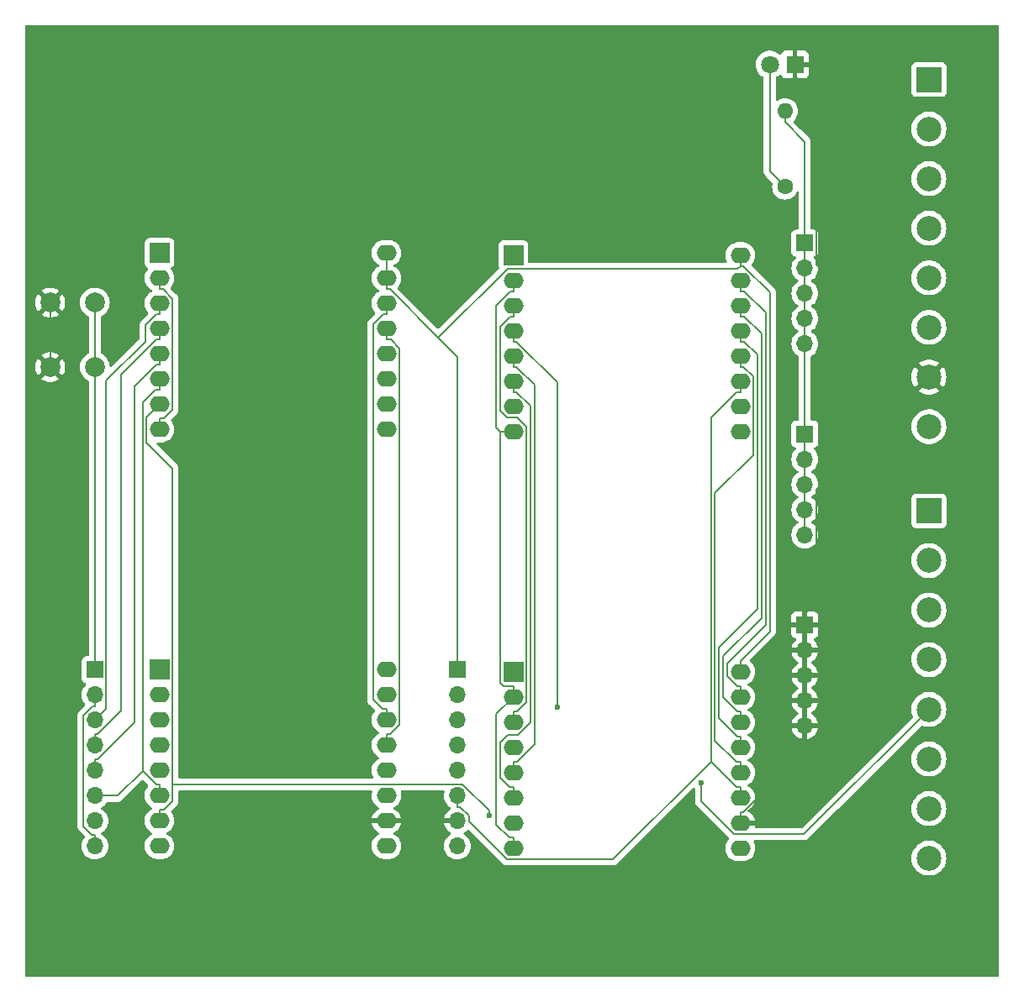
<source format=gbr>
%TF.GenerationSoftware,KiCad,Pcbnew,8.0.5-8.0.5-0~ubuntu24.04.1*%
%TF.CreationDate,2024-09-16T18:32:16+02:00*%
%TF.ProjectId,Test_elec,54657374-5f65-46c6-9563-2e6b69636164,rev?*%
%TF.SameCoordinates,Original*%
%TF.FileFunction,Copper,L2,Bot*%
%TF.FilePolarity,Positive*%
%FSLAX46Y46*%
G04 Gerber Fmt 4.6, Leading zero omitted, Abs format (unit mm)*
G04 Created by KiCad (PCBNEW 8.0.5-8.0.5-0~ubuntu24.04.1) date 2024-09-16 18:32:16*
%MOMM*%
%LPD*%
G01*
G04 APERTURE LIST*
%TA.AperFunction,ComponentPad*%
%ADD10O,2.000000X1.600000*%
%TD*%
%TA.AperFunction,ComponentPad*%
%ADD11R,2.000000X2.000000*%
%TD*%
%TA.AperFunction,ComponentPad*%
%ADD12C,2.000000*%
%TD*%
%TA.AperFunction,ComponentPad*%
%ADD13C,1.600000*%
%TD*%
%TA.AperFunction,ComponentPad*%
%ADD14O,1.600000X1.600000*%
%TD*%
%TA.AperFunction,ComponentPad*%
%ADD15R,1.700000X1.700000*%
%TD*%
%TA.AperFunction,ComponentPad*%
%ADD16O,1.700000X1.700000*%
%TD*%
%TA.AperFunction,ComponentPad*%
%ADD17R,2.500000X2.500000*%
%TD*%
%TA.AperFunction,ComponentPad*%
%ADD18C,2.500000*%
%TD*%
%TA.AperFunction,ComponentPad*%
%ADD19R,1.800000X1.800000*%
%TD*%
%TA.AperFunction,ComponentPad*%
%ADD20C,1.800000*%
%TD*%
%TA.AperFunction,ViaPad*%
%ADD21C,0.600000*%
%TD*%
%TA.AperFunction,Conductor*%
%ADD22C,0.200000*%
%TD*%
G04 APERTURE END LIST*
D10*
%TO.P,U4,16,TX*%
%TO.N,Net-(J1-Pin_1)*%
X180500000Y-50220000D03*
%TO.P,U4,15,RX*%
%TO.N,Net-(J1-Pin_2)*%
X180500000Y-52760000D03*
%TO.P,U4,14,SCL/D1*%
%TO.N,Net-(J1-Pin_3)*%
X180500000Y-55300000D03*
%TO.P,U4,13,SDA/D2*%
%TO.N,Net-(J1-Pin_4)*%
X180500000Y-57840000D03*
%TO.P,U4,12,D3*%
%TO.N,Net-(J1-Pin_5)*%
X180500000Y-60380000D03*
%TO.P,U4,11,D4*%
%TO.N,Net-(J1-Pin_6)*%
X180500000Y-62920000D03*
%TO.P,U4,10,GND*%
%TO.N,GND*%
X180500000Y-65460000D03*
%TO.P,U4,9,5V*%
%TO.N,Net-(J1-Pin_8)*%
X180500000Y-68000000D03*
%TO.P,U4,8,3V3*%
X157640000Y-68000000D03*
%TO.P,U4,7,CS/D8*%
%TO.N,Net-(J2-Pin_7)*%
X157640000Y-65460000D03*
%TO.P,U4,6,MOSI/D7*%
%TO.N,Net-(J2-Pin_6)*%
X157640000Y-62920000D03*
%TO.P,U4,5,MISO/D6*%
%TO.N,Net-(J2-Pin_5)*%
X157640000Y-60380000D03*
%TO.P,U4,4,SCK/D5*%
%TO.N,Net-(J2-Pin_4)*%
X157640000Y-57840000D03*
%TO.P,U4,3,D0*%
%TO.N,Net-(J2-Pin_3)*%
X157640000Y-55300000D03*
%TO.P,U4,2,A0*%
%TO.N,Net-(J1-Pin_8)*%
X157640000Y-52760000D03*
D11*
%TO.P,U4,1,~{RST}*%
%TO.N,Net-(J2-Pin_1)*%
X157640000Y-50220000D03*
%TD*%
%TO.P,U3,1,~{RST}*%
%TO.N,Net-(J2-Pin_1)*%
X122000000Y-50000000D03*
D10*
%TO.P,U3,2,A0*%
%TO.N,Net-(J1-Pin_8)*%
X122000000Y-52540000D03*
%TO.P,U3,3,D0*%
%TO.N,Net-(J2-Pin_3)*%
X122000000Y-55080000D03*
%TO.P,U3,4,SCK/D5*%
%TO.N,Net-(J2-Pin_4)*%
X122000000Y-57620000D03*
%TO.P,U3,5,MISO/D6*%
%TO.N,Net-(J2-Pin_5)*%
X122000000Y-60160000D03*
%TO.P,U3,6,MOSI/D7*%
%TO.N,Net-(J2-Pin_6)*%
X122000000Y-62700000D03*
%TO.P,U3,7,CS/D8*%
%TO.N,Net-(J2-Pin_7)*%
X122000000Y-65240000D03*
%TO.P,U3,8,3V3*%
%TO.N,Net-(J1-Pin_8)*%
X122000000Y-67780000D03*
%TO.P,U3,9,5V*%
X144860000Y-67780000D03*
%TO.P,U3,10,GND*%
%TO.N,GND*%
X144860000Y-65240000D03*
%TO.P,U3,11,D4*%
%TO.N,Net-(J1-Pin_6)*%
X144860000Y-62700000D03*
%TO.P,U3,12,D3*%
%TO.N,Net-(J1-Pin_5)*%
X144860000Y-60160000D03*
%TO.P,U3,13,SDA/D2*%
%TO.N,Net-(J1-Pin_4)*%
X144860000Y-57620000D03*
%TO.P,U3,14,SCL/D1*%
%TO.N,Net-(J1-Pin_3)*%
X144860000Y-55080000D03*
%TO.P,U3,15,RX*%
%TO.N,Net-(J1-Pin_1)*%
X144860000Y-52540000D03*
%TO.P,U3,16,TX*%
X144860000Y-50000000D03*
%TD*%
D11*
%TO.P,U2,1,~{RST}*%
%TO.N,Net-(J2-Pin_1)*%
X122000000Y-92000000D03*
D10*
%TO.P,U2,2,A0*%
%TO.N,Net-(J1-Pin_8)*%
X122000000Y-94540000D03*
%TO.P,U2,3,D0*%
%TO.N,Net-(J2-Pin_3)*%
X122000000Y-97080000D03*
%TO.P,U2,4,SCK/D5*%
%TO.N,Net-(J2-Pin_4)*%
X122000000Y-99620000D03*
%TO.P,U2,5,MISO/D6*%
%TO.N,Net-(J2-Pin_5)*%
X122000000Y-102160000D03*
%TO.P,U2,6,MOSI/D7*%
%TO.N,Net-(J2-Pin_6)*%
X122000000Y-104700000D03*
%TO.P,U2,7,CS/D8*%
%TO.N,Net-(J2-Pin_7)*%
X122000000Y-107240000D03*
%TO.P,U2,8,3V3*%
%TO.N,Net-(J1-Pin_8)*%
X122000000Y-109780000D03*
%TO.P,U2,9,5V*%
X144860000Y-109780000D03*
%TO.P,U2,10,GND*%
%TO.N,GND*%
X144860000Y-107240000D03*
%TO.P,U2,11,D4*%
%TO.N,Net-(J1-Pin_6)*%
X144860000Y-104700000D03*
%TO.P,U2,12,D3*%
%TO.N,Net-(J1-Pin_5)*%
X144860000Y-102160000D03*
%TO.P,U2,13,SDA/D2*%
%TO.N,Net-(J1-Pin_4)*%
X144860000Y-99620000D03*
%TO.P,U2,14,SCL/D1*%
%TO.N,Net-(J1-Pin_3)*%
X144860000Y-97080000D03*
%TO.P,U2,15,RX*%
%TO.N,Net-(J1-Pin_2)*%
X144860000Y-94540000D03*
%TO.P,U2,16,TX*%
%TO.N,Net-(J1-Pin_1)*%
X144860000Y-92000000D03*
%TD*%
D11*
%TO.P,U1,1,~{RST}*%
%TO.N,Net-(J2-Pin_1)*%
X157640000Y-92220000D03*
D10*
%TO.P,U1,2,A0*%
%TO.N,Net-(J1-Pin_8)*%
X157640000Y-94760000D03*
%TO.P,U1,3,D0*%
%TO.N,Net-(J2-Pin_3)*%
X157640000Y-97300000D03*
%TO.P,U1,4,SCK/D5*%
%TO.N,Net-(J2-Pin_4)*%
X157640000Y-99840000D03*
%TO.P,U1,5,MISO/D6*%
%TO.N,Net-(J2-Pin_5)*%
X157640000Y-102380000D03*
%TO.P,U1,6,MOSI/D7*%
%TO.N,Net-(J2-Pin_6)*%
X157640000Y-104920000D03*
%TO.P,U1,7,CS/D8*%
%TO.N,Net-(J2-Pin_7)*%
X157640000Y-107460000D03*
%TO.P,U1,8,3V3*%
%TO.N,Net-(J1-Pin_8)*%
X157640000Y-110000000D03*
%TO.P,U1,9,5V*%
X180500000Y-110000000D03*
%TO.P,U1,10,GND*%
%TO.N,GND*%
X180500000Y-107460000D03*
%TO.P,U1,11,D4*%
%TO.N,Net-(J1-Pin_6)*%
X180500000Y-104920000D03*
%TO.P,U1,12,D3*%
%TO.N,Net-(J1-Pin_5)*%
X180500000Y-102380000D03*
%TO.P,U1,13,SDA/D2*%
%TO.N,Net-(J1-Pin_4)*%
X180500000Y-99840000D03*
%TO.P,U1,14,SCL/D1*%
%TO.N,Net-(J1-Pin_3)*%
X180500000Y-97300000D03*
%TO.P,U1,15,RX*%
%TO.N,Net-(J1-Pin_2)*%
X180500000Y-94760000D03*
%TO.P,U1,16,TX*%
%TO.N,Net-(J1-Pin_1)*%
X180500000Y-92220000D03*
%TD*%
D12*
%TO.P,SW1,1,1*%
%TO.N,GND*%
X111000000Y-61500000D03*
X111000000Y-55000000D03*
%TO.P,SW1,2,2*%
%TO.N,Net-(J2-Pin_1)*%
X115500000Y-61500000D03*
X115500000Y-55000000D03*
%TD*%
D13*
%TO.P,R1,1*%
%TO.N,Net-(D1-A)*%
X185000000Y-43310000D03*
D14*
%TO.P,R1,2*%
%TO.N,Net-(J1-Pin_8)*%
X185000000Y-35690000D03*
%TD*%
D15*
%TO.P,J7,1,Pin_1*%
%TO.N,GND*%
X187000000Y-87500000D03*
D16*
%TO.P,J7,2,Pin_2*%
X187000000Y-90040000D03*
%TO.P,J7,3,Pin_3*%
X187000000Y-92580000D03*
%TO.P,J7,4,Pin_4*%
X187000000Y-95120000D03*
%TO.P,J7,5,Pin_5*%
X187000000Y-97660000D03*
%TD*%
D15*
%TO.P,J6,1,Pin_1*%
%TO.N,Net-(J1-Pin_8)*%
X187000000Y-68250000D03*
D16*
%TO.P,J6,2,Pin_2*%
X187000000Y-70790000D03*
%TO.P,J6,3,Pin_3*%
X187000000Y-73330000D03*
%TO.P,J6,4,Pin_4*%
X187000000Y-75870000D03*
%TO.P,J6,5,Pin_5*%
X187000000Y-78410000D03*
%TD*%
D15*
%TO.P,J5,1,Pin_1*%
%TO.N,Net-(J1-Pin_8)*%
X187000000Y-49000000D03*
D16*
%TO.P,J5,2,Pin_2*%
X187000000Y-51540000D03*
%TO.P,J5,3,Pin_3*%
X187000000Y-54080000D03*
%TO.P,J5,4,Pin_4*%
X187000000Y-56620000D03*
%TO.P,J5,5,Pin_5*%
X187000000Y-59160000D03*
%TD*%
D17*
%TO.P,J4,1,Pin_1*%
%TO.N,Net-(J1-Pin_1)*%
X199500000Y-32500000D03*
D18*
%TO.P,J4,2,Pin_2*%
%TO.N,Net-(J1-Pin_2)*%
X199500000Y-37500000D03*
%TO.P,J4,3,Pin_3*%
%TO.N,Net-(J1-Pin_3)*%
X199500000Y-42500000D03*
%TO.P,J4,4,Pin_4*%
%TO.N,Net-(J1-Pin_4)*%
X199500000Y-47500000D03*
%TO.P,J4,5,Pin_5*%
%TO.N,Net-(J1-Pin_5)*%
X199500000Y-52500000D03*
%TO.P,J4,6,Pin_6*%
%TO.N,Net-(J1-Pin_6)*%
X199500000Y-57500000D03*
%TO.P,J4,7,Pin_7*%
%TO.N,GND*%
X199500000Y-62500000D03*
%TO.P,J4,8,Pin_8*%
%TO.N,Net-(J1-Pin_8)*%
X199500000Y-67500000D03*
%TD*%
D17*
%TO.P,J3,1,Pin_1*%
%TO.N,Net-(J2-Pin_1)*%
X199500000Y-76000000D03*
D18*
%TO.P,J3,2,Pin_2*%
%TO.N,Net-(J1-Pin_8)*%
X199500000Y-81000000D03*
%TO.P,J3,3,Pin_3*%
%TO.N,Net-(J2-Pin_3)*%
X199500000Y-86000000D03*
%TO.P,J3,4,Pin_4*%
%TO.N,Net-(J2-Pin_4)*%
X199500000Y-91000000D03*
%TO.P,J3,5,Pin_5*%
%TO.N,Net-(J2-Pin_5)*%
X199500000Y-96000000D03*
%TO.P,J3,6,Pin_6*%
%TO.N,Net-(J2-Pin_6)*%
X199500000Y-101000000D03*
%TO.P,J3,7,Pin_7*%
%TO.N,Net-(J2-Pin_7)*%
X199500000Y-106000000D03*
%TO.P,J3,8,Pin_8*%
%TO.N,Net-(J1-Pin_8)*%
X199500000Y-111000000D03*
%TD*%
D16*
%TO.P,J2,8,Pin_8*%
%TO.N,Net-(J1-Pin_8)*%
X115500000Y-109795000D03*
%TO.P,J2,7,Pin_7*%
%TO.N,Net-(J2-Pin_7)*%
X115500000Y-107255000D03*
%TO.P,J2,6,Pin_6*%
%TO.N,Net-(J2-Pin_6)*%
X115500000Y-104715000D03*
%TO.P,J2,5,Pin_5*%
%TO.N,Net-(J2-Pin_5)*%
X115500000Y-102175000D03*
%TO.P,J2,4,Pin_4*%
%TO.N,Net-(J2-Pin_4)*%
X115500000Y-99635000D03*
%TO.P,J2,3,Pin_3*%
%TO.N,Net-(J2-Pin_3)*%
X115500000Y-97095000D03*
%TO.P,J2,2,Pin_2*%
%TO.N,Net-(J1-Pin_8)*%
X115500000Y-94555000D03*
D15*
%TO.P,J2,1,Pin_1*%
%TO.N,Net-(J2-Pin_1)*%
X115500000Y-92015000D03*
%TD*%
%TO.P,J1,1,Pin_1*%
%TO.N,Net-(J1-Pin_1)*%
X152000000Y-92015000D03*
D16*
%TO.P,J1,2,Pin_2*%
%TO.N,Net-(J1-Pin_2)*%
X152000000Y-94555000D03*
%TO.P,J1,3,Pin_3*%
%TO.N,Net-(J1-Pin_3)*%
X152000000Y-97095000D03*
%TO.P,J1,4,Pin_4*%
%TO.N,Net-(J1-Pin_4)*%
X152000000Y-99635000D03*
%TO.P,J1,5,Pin_5*%
%TO.N,Net-(J1-Pin_5)*%
X152000000Y-102175000D03*
%TO.P,J1,6,Pin_6*%
%TO.N,Net-(J1-Pin_6)*%
X152000000Y-104715000D03*
%TO.P,J1,7,Pin_7*%
%TO.N,GND*%
X152000000Y-107255000D03*
%TO.P,J1,8,Pin_8*%
%TO.N,Net-(J1-Pin_8)*%
X152000000Y-109795000D03*
%TD*%
D19*
%TO.P,D1,1,K*%
%TO.N,GND*%
X186000000Y-31000000D03*
D20*
%TO.P,D1,2,A*%
%TO.N,Net-(D1-A)*%
X183460000Y-31000000D03*
%TD*%
D21*
%TO.N,Net-(J2-Pin_5)*%
X176523100Y-103380800D03*
%TO.N,Net-(J2-Pin_4)*%
X162041000Y-95781300D03*
%TO.N,Net-(J2-Pin_7)*%
X155206800Y-106744100D03*
%TD*%
D22*
%TO.N,Net-(J2-Pin_5)*%
X115500000Y-102175000D02*
X115500000Y-101023300D01*
X122000000Y-60160000D02*
X122000000Y-61261700D01*
X121671700Y-61261700D02*
X122000000Y-61261700D01*
X119528000Y-63405400D02*
X121671700Y-61261700D01*
X119528000Y-97283200D02*
X119528000Y-63405400D01*
X115787900Y-101023300D02*
X119528000Y-97283200D01*
X115500000Y-101023300D02*
X115787900Y-101023300D01*
X157968300Y-61481700D02*
X157640000Y-61481700D01*
X159784700Y-63298100D02*
X157968300Y-61481700D01*
X159784700Y-99546700D02*
X159784700Y-63298100D01*
X158053100Y-101278300D02*
X159784700Y-99546700D01*
X157640000Y-101278300D02*
X158053100Y-101278300D01*
X157640000Y-102380000D02*
X157640000Y-101278300D01*
X157640000Y-60380000D02*
X157640000Y-61481700D01*
X176523200Y-103380800D02*
X176523100Y-103380800D01*
X176523200Y-105274000D02*
X176523200Y-103380800D01*
X179833200Y-108584000D02*
X176523200Y-105274000D01*
X186916000Y-108584000D02*
X179833200Y-108584000D01*
X199500000Y-96000000D02*
X186916000Y-108584000D01*
%TO.N,Net-(J2-Pin_1)*%
X115500000Y-55000000D02*
X115500000Y-61500000D01*
X115500000Y-92015000D02*
X115500000Y-61500000D01*
%TO.N,Net-(J2-Pin_4)*%
X115500000Y-99635000D02*
X115500000Y-98483300D01*
X122000000Y-57620000D02*
X122000000Y-58721700D01*
X121671700Y-58721700D02*
X122000000Y-58721700D01*
X118104700Y-62288700D02*
X121671700Y-58721700D01*
X118104700Y-96166600D02*
X118104700Y-62288700D01*
X115788000Y-98483300D02*
X118104700Y-96166600D01*
X115500000Y-98483300D02*
X115788000Y-98483300D01*
X157968300Y-58941700D02*
X157640000Y-58941700D01*
X162041000Y-63014400D02*
X157968300Y-58941700D01*
X162041000Y-95781300D02*
X162041000Y-63014400D01*
X157640000Y-57840000D02*
X157640000Y-58941700D01*
%TO.N,Net-(J2-Pin_6)*%
X122000000Y-62700000D02*
X122000000Y-63801700D01*
X122000000Y-104700000D02*
X122000000Y-103598300D01*
X117804800Y-104715000D02*
X120296600Y-102223200D01*
X115500000Y-104715000D02*
X117804800Y-104715000D01*
X120296600Y-65092000D02*
X120296600Y-102223200D01*
X121586900Y-63801700D02*
X120296600Y-65092000D01*
X122000000Y-63801700D02*
X121586900Y-63801700D01*
X121671700Y-103598300D02*
X122000000Y-103598300D01*
X120296600Y-102223200D02*
X121671700Y-103598300D01*
X157968300Y-64021700D02*
X157640000Y-64021700D01*
X159374100Y-65427500D02*
X157968300Y-64021700D01*
X159374100Y-97334500D02*
X159374100Y-65427500D01*
X158138600Y-98570000D02*
X159374100Y-97334500D01*
X157107900Y-98570000D02*
X158138600Y-98570000D01*
X156335200Y-99342700D02*
X157107900Y-98570000D01*
X156335200Y-102926600D02*
X156335200Y-99342700D01*
X157226900Y-103818300D02*
X156335200Y-102926600D01*
X157640000Y-103818300D02*
X157226900Y-103818300D01*
X157640000Y-104920000D02*
X157640000Y-103818300D01*
X157640000Y-62920000D02*
X157640000Y-64021700D01*
%TO.N,Net-(J2-Pin_3)*%
X157640000Y-97300000D02*
X157640000Y-96198300D01*
X157640000Y-55300000D02*
X157640000Y-56401700D01*
X121671700Y-56181700D02*
X122000000Y-56181700D01*
X120560200Y-57293200D02*
X121671700Y-56181700D01*
X120560200Y-58929600D02*
X120560200Y-57293200D01*
X116651700Y-62838100D02*
X120560200Y-58929600D01*
X116651700Y-95943300D02*
X116651700Y-62838100D01*
X115500000Y-97095000D02*
X116651700Y-95943300D01*
X122000000Y-55080000D02*
X122000000Y-56181700D01*
X158009700Y-96198300D02*
X157640000Y-96198300D01*
X158965500Y-95242500D02*
X158009700Y-96198300D01*
X158965500Y-67496500D02*
X158965500Y-95242500D01*
X158030700Y-66561700D02*
X158965500Y-67496500D01*
X156983600Y-66561700D02*
X158030700Y-66561700D01*
X156290200Y-65868300D02*
X156983600Y-66561700D01*
X156290200Y-57423200D02*
X156290200Y-65868300D01*
X157311700Y-56401700D02*
X156290200Y-57423200D01*
X157640000Y-56401700D02*
X157311700Y-56401700D01*
%TO.N,Net-(J2-Pin_7)*%
X122000000Y-107240000D02*
X122000000Y-106138300D01*
X152525500Y-103554100D02*
X123316200Y-103554100D01*
X155206800Y-106235400D02*
X152525500Y-103554100D01*
X155206800Y-106744100D02*
X155206800Y-106235400D01*
X123316200Y-105235200D02*
X123316200Y-103554100D01*
X122413100Y-106138300D02*
X123316200Y-105235200D01*
X122000000Y-106138300D02*
X122413100Y-106138300D01*
X120698300Y-66541700D02*
X122000000Y-65240000D01*
X120698300Y-69082500D02*
X120698300Y-66541700D01*
X123316200Y-71700400D02*
X120698300Y-69082500D01*
X123316200Y-103554100D02*
X123316200Y-71700400D01*
%TO.N,Net-(J1-Pin_5)*%
X180500000Y-102380000D02*
X180500000Y-101278300D01*
X180500000Y-60380000D02*
X180500000Y-61481700D01*
X180086900Y-101278300D02*
X180500000Y-101278300D01*
X177941700Y-99133100D02*
X180086900Y-101278300D01*
X177941700Y-74225000D02*
X177941700Y-99133100D01*
X181806600Y-70360100D02*
X177941700Y-74225000D01*
X181806600Y-62460000D02*
X181806600Y-70360100D01*
X180828300Y-61481700D02*
X181806600Y-62460000D01*
X180500000Y-61481700D02*
X180828300Y-61481700D01*
%TO.N,Net-(J1-Pin_3)*%
X144531700Y-56181700D02*
X144860000Y-56181700D01*
X143510200Y-57203200D02*
X144531700Y-56181700D01*
X143510200Y-95041600D02*
X143510200Y-57203200D01*
X144446900Y-95978300D02*
X143510200Y-95041600D01*
X144860000Y-95978300D02*
X144446900Y-95978300D01*
X144860000Y-97080000D02*
X144860000Y-95978300D01*
X144860000Y-55080000D02*
X144860000Y-56181700D01*
X180171700Y-96198300D02*
X180500000Y-96198300D01*
X178769200Y-94795800D02*
X180171700Y-96198300D01*
X178769200Y-90637300D02*
X178769200Y-94795800D01*
X182614000Y-86792500D02*
X178769200Y-90637300D01*
X182614000Y-58102600D02*
X182614000Y-86792500D01*
X180913100Y-56401700D02*
X182614000Y-58102600D01*
X180500000Y-56401700D02*
X180913100Y-56401700D01*
X180500000Y-55300000D02*
X180500000Y-56401700D01*
X180500000Y-97300000D02*
X180500000Y-96198300D01*
%TO.N,Net-(J1-Pin_6)*%
X180500000Y-62920000D02*
X180500000Y-64021700D01*
X180500000Y-104920000D02*
X180500000Y-103818300D01*
X152000000Y-104715000D02*
X152000000Y-105866700D01*
X180086900Y-103818300D02*
X180500000Y-103818300D01*
X177534800Y-101266200D02*
X180086900Y-103818300D01*
X152288000Y-105866700D02*
X152000000Y-105866700D01*
X153151700Y-106730400D02*
X152288000Y-105866700D01*
X153151700Y-107304500D02*
X153151700Y-106730400D01*
X156961500Y-111114300D02*
X153151700Y-107304500D01*
X167686700Y-111114300D02*
X156961500Y-111114300D01*
X177534800Y-101266200D02*
X167686700Y-111114300D01*
X177534800Y-66573800D02*
X177534800Y-101266200D01*
X180086900Y-64021700D02*
X177534800Y-66573800D01*
X180500000Y-64021700D02*
X180086900Y-64021700D01*
%TO.N,Net-(J1-Pin_2)*%
X180500000Y-52760000D02*
X180500000Y-53861700D01*
X180500000Y-94760000D02*
X180500000Y-93658300D01*
X180913100Y-53861700D02*
X180500000Y-53861700D01*
X183034800Y-55983400D02*
X180913100Y-53861700D01*
X183034800Y-87493500D02*
X183034800Y-55983400D01*
X179184500Y-91343800D02*
X183034800Y-87493500D01*
X179184500Y-92671100D02*
X179184500Y-91343800D01*
X180171700Y-93658300D02*
X179184500Y-92671100D01*
X180500000Y-93658300D02*
X180171700Y-93658300D01*
%TO.N,Net-(J1-Pin_8)*%
X187000000Y-56620000D02*
X187000000Y-54080000D01*
X187000000Y-54080000D02*
X187000000Y-51540000D01*
X187000000Y-51540000D02*
X187000000Y-49000000D01*
X187000000Y-56620000D02*
X187000000Y-59160000D01*
X187000000Y-59160000D02*
X187000000Y-68250000D01*
X187000000Y-78410000D02*
X187000000Y-75870000D01*
X187000000Y-75870000D02*
X187000000Y-73330000D01*
X187000000Y-73330000D02*
X187000000Y-70790000D01*
X187000000Y-70790000D02*
X187000000Y-68250000D01*
X185000000Y-35690000D02*
X185000000Y-36791700D01*
X115231500Y-95706700D02*
X115500000Y-95706700D01*
X114341900Y-96596300D02*
X115231500Y-95706700D01*
X114341900Y-107773100D02*
X114341900Y-96596300D01*
X115212100Y-108643300D02*
X114341900Y-107773100D01*
X115500000Y-108643300D02*
X115212100Y-108643300D01*
X115500000Y-109795000D02*
X115500000Y-108643300D01*
X115500000Y-94555000D02*
X115500000Y-95706700D01*
X122328300Y-53641700D02*
X122000000Y-53641700D01*
X123301800Y-54615200D02*
X122328300Y-53641700D01*
X123301800Y-65789600D02*
X123301800Y-54615200D01*
X122413100Y-66678300D02*
X123301800Y-65789600D01*
X122000000Y-66678300D02*
X122413100Y-66678300D01*
X122000000Y-52540000D02*
X122000000Y-53641700D01*
X122000000Y-67780000D02*
X122000000Y-66678300D01*
X157640000Y-52760000D02*
X157640000Y-53861700D01*
X157640000Y-110000000D02*
X157640000Y-108898300D01*
X157640000Y-94760000D02*
X157640000Y-93658300D01*
X156336200Y-68000000D02*
X157640000Y-68000000D01*
X155888500Y-67552300D02*
X156336200Y-68000000D01*
X155888500Y-55284900D02*
X155888500Y-67552300D01*
X157311700Y-53861700D02*
X155888500Y-55284900D01*
X157640000Y-53861700D02*
X157311700Y-53861700D01*
X156649600Y-93658300D02*
X157640000Y-93658300D01*
X156336200Y-93344900D02*
X156649600Y-93658300D01*
X156336200Y-68000000D02*
X156336200Y-93344900D01*
X187000000Y-38791700D02*
X187000000Y-49000000D01*
X185000000Y-36791700D02*
X187000000Y-38791700D01*
X157226900Y-108898300D02*
X157640000Y-108898300D01*
X155928900Y-107600300D02*
X157226900Y-108898300D01*
X155928900Y-96471100D02*
X155928900Y-107600300D01*
X157640000Y-94760000D02*
X155928900Y-96471100D01*
%TO.N,Net-(J1-Pin_4)*%
X145188300Y-98518300D02*
X144860000Y-98518300D01*
X146174700Y-97531900D02*
X145188300Y-98518300D01*
X146174700Y-59623300D02*
X146174700Y-97531900D01*
X145273100Y-58721700D02*
X146174700Y-59623300D01*
X144860000Y-58721700D02*
X145273100Y-58721700D01*
X144860000Y-57620000D02*
X144860000Y-58721700D01*
X144860000Y-99620000D02*
X144860000Y-98518300D01*
X180500000Y-57840000D02*
X180500000Y-58941700D01*
X180500000Y-99840000D02*
X180500000Y-98738300D01*
X180171700Y-98738300D02*
X180500000Y-98738300D01*
X178353800Y-96920400D02*
X180171700Y-98738300D01*
X178353800Y-89763300D02*
X178353800Y-96920400D01*
X182212300Y-85904800D02*
X178353800Y-89763300D01*
X182212300Y-60240900D02*
X182212300Y-85904800D01*
X180913100Y-58941700D02*
X182212300Y-60240900D01*
X180500000Y-58941700D02*
X180913100Y-58941700D01*
%TO.N,Net-(J1-Pin_1)*%
X180500000Y-92220000D02*
X180500000Y-91118300D01*
X180500000Y-50220000D02*
X180500000Y-51321700D01*
X144860000Y-50000000D02*
X144860000Y-52540000D01*
X144860000Y-52540000D02*
X144860000Y-53641700D01*
X180828300Y-51321700D02*
X180500000Y-51321700D01*
X183485800Y-53979200D02*
X180828300Y-51321700D01*
X183485800Y-88132500D02*
X183485800Y-53979200D01*
X180500000Y-91118300D02*
X183485800Y-88132500D01*
X157041700Y-51590000D02*
X150089200Y-58542500D01*
X180231700Y-51590000D02*
X157041700Y-51590000D01*
X180500000Y-51321700D02*
X180231700Y-51590000D01*
X152000000Y-60453400D02*
X150089200Y-58542500D01*
X152000000Y-92015000D02*
X152000000Y-60453400D01*
X145188300Y-53641700D02*
X144860000Y-53641700D01*
X150089200Y-58542500D02*
X145188300Y-53641700D01*
%TO.N,GND*%
X187000000Y-95120000D02*
X187000000Y-92580000D01*
X187000000Y-92580000D02*
X187000000Y-90040000D01*
X180500000Y-107460000D02*
X180500000Y-106358300D01*
X187000000Y-95120000D02*
X187000000Y-97660000D01*
X180828300Y-106358300D02*
X180500000Y-106358300D01*
X187000000Y-100186600D02*
X180828300Y-106358300D01*
X187000000Y-97660000D02*
X187000000Y-100186600D01*
X111000000Y-55000000D02*
X111000000Y-61500000D01*
X187000000Y-90040000D02*
X187000000Y-87500000D01*
X187000000Y-87500000D02*
X187000000Y-86348300D01*
X188151700Y-73848300D02*
X199500000Y-62500000D01*
X188151700Y-85196600D02*
X188151700Y-73848300D01*
X187000000Y-86348300D02*
X188151700Y-85196600D01*
X186000000Y-31000000D02*
X186000000Y-32201700D01*
X188151700Y-51151700D02*
X199500000Y-62500000D01*
X188151700Y-34353400D02*
X188151700Y-51151700D01*
X186000000Y-32201700D02*
X188151700Y-34353400D01*
%TO.N,Net-(D1-A)*%
X183460000Y-41770000D02*
X185000000Y-43310000D01*
X183460000Y-31000000D02*
X183460000Y-41770000D01*
%TD*%
%TA.AperFunction,Conductor*%
%TO.N,GND*%
G36*
X187250000Y-97226988D02*
G01*
X187192993Y-97194075D01*
X187065826Y-97160000D01*
X186934174Y-97160000D01*
X186807007Y-97194075D01*
X186750000Y-97226988D01*
X186750000Y-95553012D01*
X186807007Y-95585925D01*
X186934174Y-95620000D01*
X187065826Y-95620000D01*
X187192993Y-95585925D01*
X187250000Y-95553012D01*
X187250000Y-97226988D01*
G37*
%TD.AperFunction*%
%TA.AperFunction,Conductor*%
G36*
X187250000Y-94686988D02*
G01*
X187192993Y-94654075D01*
X187065826Y-94620000D01*
X186934174Y-94620000D01*
X186807007Y-94654075D01*
X186750000Y-94686988D01*
X186750000Y-93013012D01*
X186807007Y-93045925D01*
X186934174Y-93080000D01*
X187065826Y-93080000D01*
X187192993Y-93045925D01*
X187250000Y-93013012D01*
X187250000Y-94686988D01*
G37*
%TD.AperFunction*%
%TA.AperFunction,Conductor*%
G36*
X187250000Y-92146988D02*
G01*
X187192993Y-92114075D01*
X187065826Y-92080000D01*
X186934174Y-92080000D01*
X186807007Y-92114075D01*
X186750000Y-92146988D01*
X186750000Y-90473012D01*
X186807007Y-90505925D01*
X186934174Y-90540000D01*
X187065826Y-90540000D01*
X187192993Y-90505925D01*
X187250000Y-90473012D01*
X187250000Y-92146988D01*
G37*
%TD.AperFunction*%
%TA.AperFunction,Conductor*%
G36*
X187250000Y-89606988D02*
G01*
X187192993Y-89574075D01*
X187065826Y-89540000D01*
X186934174Y-89540000D01*
X186807007Y-89574075D01*
X186750000Y-89606988D01*
X186750000Y-87933012D01*
X186807007Y-87965925D01*
X186934174Y-88000000D01*
X187065826Y-88000000D01*
X187192993Y-87965925D01*
X187250000Y-87933012D01*
X187250000Y-89606988D01*
G37*
%TD.AperFunction*%
%TA.AperFunction,Conductor*%
G36*
X206442539Y-27020185D02*
G01*
X206488294Y-27072989D01*
X206499500Y-27124500D01*
X206499500Y-122875500D01*
X206479815Y-122942539D01*
X206427011Y-122988294D01*
X206375500Y-122999500D01*
X108624500Y-122999500D01*
X108557461Y-122979815D01*
X108511706Y-122927011D01*
X108500500Y-122875500D01*
X108500500Y-107852154D01*
X113741398Y-107852154D01*
X113782323Y-108004885D01*
X113811258Y-108055000D01*
X113811259Y-108055004D01*
X113811260Y-108055004D01*
X113861379Y-108141814D01*
X113861381Y-108141817D01*
X113980249Y-108260685D01*
X113980255Y-108260690D01*
X114464652Y-108745087D01*
X114498137Y-108806410D01*
X114493153Y-108876102D01*
X114464665Y-108920437D01*
X114461506Y-108923596D01*
X114325965Y-109117169D01*
X114325964Y-109117171D01*
X114226098Y-109331335D01*
X114226094Y-109331344D01*
X114164938Y-109559586D01*
X114164936Y-109559596D01*
X114144341Y-109794999D01*
X114144341Y-109795000D01*
X114164936Y-110030403D01*
X114164938Y-110030413D01*
X114226094Y-110258655D01*
X114226096Y-110258659D01*
X114226097Y-110258663D01*
X114311267Y-110441311D01*
X114325965Y-110472830D01*
X114325967Y-110472834D01*
X114434065Y-110627213D01*
X114461505Y-110666401D01*
X114628599Y-110833495D01*
X114648199Y-110847219D01*
X114822165Y-110969032D01*
X114822167Y-110969033D01*
X114822170Y-110969035D01*
X115036337Y-111068903D01*
X115264592Y-111130063D01*
X115452918Y-111146539D01*
X115499999Y-111150659D01*
X115500000Y-111150659D01*
X115500001Y-111150659D01*
X115539234Y-111147226D01*
X115735408Y-111130063D01*
X115963663Y-111068903D01*
X116177830Y-110969035D01*
X116371401Y-110833495D01*
X116538495Y-110666401D01*
X116674035Y-110472830D01*
X116773903Y-110258663D01*
X116835063Y-110030408D01*
X116855659Y-109795000D01*
X116835063Y-109559592D01*
X116773903Y-109331337D01*
X116674035Y-109117171D01*
X116671373Y-109113368D01*
X116538494Y-108923597D01*
X116371402Y-108756506D01*
X116371401Y-108756505D01*
X116355094Y-108745087D01*
X116185839Y-108626573D01*
X116142216Y-108571997D01*
X116135023Y-108502498D01*
X116166545Y-108440144D01*
X116185831Y-108423432D01*
X116371401Y-108293495D01*
X116538495Y-108126401D01*
X116674035Y-107932830D01*
X116773903Y-107718663D01*
X116835063Y-107490408D01*
X116855659Y-107255000D01*
X116835063Y-107019592D01*
X116773903Y-106791337D01*
X116674035Y-106577171D01*
X116665405Y-106564845D01*
X116538494Y-106383597D01*
X116371402Y-106216506D01*
X116371396Y-106216501D01*
X116185842Y-106086575D01*
X116142217Y-106031998D01*
X116135023Y-105962500D01*
X116166546Y-105900145D01*
X116185842Y-105883425D01*
X116219989Y-105859515D01*
X116371401Y-105753495D01*
X116538495Y-105586401D01*
X116674035Y-105392830D01*
X116676707Y-105387097D01*
X116722878Y-105334658D01*
X116789091Y-105315500D01*
X117718131Y-105315500D01*
X117718147Y-105315501D01*
X117725743Y-105315501D01*
X117883854Y-105315501D01*
X117883857Y-105315501D01*
X118036585Y-105274577D01*
X118099319Y-105238357D01*
X118173516Y-105195520D01*
X118285320Y-105083716D01*
X118285320Y-105083714D01*
X118295524Y-105073511D01*
X118295527Y-105073506D01*
X120208922Y-103160112D01*
X120270241Y-103126630D01*
X120339933Y-103131614D01*
X120384280Y-103160115D01*
X120854809Y-103630644D01*
X120888294Y-103691967D01*
X120883310Y-103761659D01*
X120854809Y-103806006D01*
X120808032Y-103852782D01*
X120808028Y-103852786D01*
X120687715Y-104018386D01*
X120594781Y-104200776D01*
X120531522Y-104395465D01*
X120499500Y-104597648D01*
X120499500Y-104802351D01*
X120531522Y-105004534D01*
X120594781Y-105199223D01*
X120644135Y-105296084D01*
X120673164Y-105353057D01*
X120687715Y-105381613D01*
X120808028Y-105547213D01*
X120952786Y-105691971D01*
X121107749Y-105804556D01*
X121118390Y-105812287D01*
X121189629Y-105848585D01*
X121211080Y-105859515D01*
X121261876Y-105907490D01*
X121278671Y-105975311D01*
X121256134Y-106041446D01*
X121211080Y-106080485D01*
X121118386Y-106127715D01*
X120952786Y-106248028D01*
X120808028Y-106392786D01*
X120687715Y-106558386D01*
X120594781Y-106740776D01*
X120531522Y-106935465D01*
X120499500Y-107137648D01*
X120499500Y-107342351D01*
X120531522Y-107544534D01*
X120594781Y-107739223D01*
X120687715Y-107921613D01*
X120808028Y-108087213D01*
X120952786Y-108231971D01*
X121107749Y-108344556D01*
X121118390Y-108352287D01*
X121209840Y-108398883D01*
X121211080Y-108399515D01*
X121261876Y-108447490D01*
X121278671Y-108515311D01*
X121256134Y-108581446D01*
X121211080Y-108620485D01*
X121118386Y-108667715D01*
X120952786Y-108788028D01*
X120808028Y-108932786D01*
X120687715Y-109098386D01*
X120594781Y-109280776D01*
X120531522Y-109475465D01*
X120499500Y-109677648D01*
X120499500Y-109882351D01*
X120531522Y-110084534D01*
X120594781Y-110279223D01*
X120687715Y-110461613D01*
X120808028Y-110627213D01*
X120952786Y-110771971D01*
X121107749Y-110884556D01*
X121118390Y-110892287D01*
X121234607Y-110951503D01*
X121300776Y-110985218D01*
X121300778Y-110985218D01*
X121300781Y-110985220D01*
X121405137Y-111019127D01*
X121495465Y-111048477D01*
X121596557Y-111064488D01*
X121697648Y-111080500D01*
X121697649Y-111080500D01*
X122302351Y-111080500D01*
X122302352Y-111080500D01*
X122504534Y-111048477D01*
X122699219Y-110985220D01*
X122881610Y-110892287D01*
X122974590Y-110824732D01*
X123047213Y-110771971D01*
X123047215Y-110771968D01*
X123047219Y-110771966D01*
X123191966Y-110627219D01*
X123191968Y-110627215D01*
X123191971Y-110627213D01*
X123276428Y-110510966D01*
X123312287Y-110461610D01*
X123405220Y-110279219D01*
X123468477Y-110084534D01*
X123500500Y-109882352D01*
X123500500Y-109677648D01*
X123481802Y-109559596D01*
X123468477Y-109475465D01*
X123421649Y-109331344D01*
X123405220Y-109280781D01*
X123405218Y-109280778D01*
X123405218Y-109280776D01*
X123340001Y-109152782D01*
X123312287Y-109098390D01*
X123262908Y-109030425D01*
X123191971Y-108932786D01*
X123047213Y-108788028D01*
X122881614Y-108667715D01*
X122863636Y-108658555D01*
X122788917Y-108620483D01*
X122738123Y-108572511D01*
X122721328Y-108504690D01*
X122743865Y-108438555D01*
X122788917Y-108399516D01*
X122881610Y-108352287D01*
X122902770Y-108336913D01*
X123047213Y-108231971D01*
X123047215Y-108231968D01*
X123047219Y-108231966D01*
X123191966Y-108087219D01*
X123191968Y-108087215D01*
X123191971Y-108087213D01*
X123251785Y-108004885D01*
X123312287Y-107921610D01*
X123405220Y-107739219D01*
X123468477Y-107544534D01*
X123500500Y-107342352D01*
X123500500Y-107137648D01*
X123490972Y-107077489D01*
X123468477Y-106935465D01*
X123421649Y-106791344D01*
X123405220Y-106740781D01*
X123405218Y-106740778D01*
X123405218Y-106740776D01*
X123371503Y-106674607D01*
X123312287Y-106558390D01*
X123282508Y-106517402D01*
X123191971Y-106392786D01*
X123187590Y-106388405D01*
X123154105Y-106327082D01*
X123159089Y-106257390D01*
X123187586Y-106213048D01*
X123684913Y-105715721D01*
X123684916Y-105715720D01*
X123796720Y-105603916D01*
X123846839Y-105517104D01*
X123875777Y-105466985D01*
X123916700Y-105314258D01*
X123916700Y-105156143D01*
X123916700Y-104278600D01*
X123936385Y-104211561D01*
X123989189Y-104165806D01*
X124040700Y-104154600D01*
X143299113Y-104154600D01*
X143366152Y-104174285D01*
X143411907Y-104227089D01*
X143421851Y-104296247D01*
X143417044Y-104316918D01*
X143391523Y-104395461D01*
X143391523Y-104395464D01*
X143359500Y-104597648D01*
X143359500Y-104802351D01*
X143391522Y-105004534D01*
X143454781Y-105199223D01*
X143504135Y-105296084D01*
X143533164Y-105353057D01*
X143547715Y-105381613D01*
X143668028Y-105547213D01*
X143812786Y-105691971D01*
X143967749Y-105804556D01*
X143978390Y-105812287D01*
X144049629Y-105848585D01*
X144071629Y-105859795D01*
X144122425Y-105907770D01*
X144139220Y-105975591D01*
X144116682Y-106041726D01*
X144071629Y-106080765D01*
X143978650Y-106128140D01*
X143813105Y-106248417D01*
X143813104Y-106248417D01*
X143668417Y-106393104D01*
X143668417Y-106393105D01*
X143548140Y-106558650D01*
X143455244Y-106740970D01*
X143392009Y-106935586D01*
X143383391Y-106990000D01*
X144426988Y-106990000D01*
X144394075Y-107047007D01*
X144360000Y-107174174D01*
X144360000Y-107305826D01*
X144394075Y-107432993D01*
X144426988Y-107490000D01*
X143383391Y-107490000D01*
X143392009Y-107544413D01*
X143455244Y-107739029D01*
X143548140Y-107921349D01*
X143668417Y-108086894D01*
X143668417Y-108086895D01*
X143813104Y-108231582D01*
X143978652Y-108351861D01*
X144071628Y-108399234D01*
X144122425Y-108447208D01*
X144139220Y-108515029D01*
X144116683Y-108581164D01*
X144071630Y-108620203D01*
X143978388Y-108667713D01*
X143812786Y-108788028D01*
X143668028Y-108932786D01*
X143547715Y-109098386D01*
X143454781Y-109280776D01*
X143391522Y-109475465D01*
X143359500Y-109677648D01*
X143359500Y-109882351D01*
X143391522Y-110084534D01*
X143454781Y-110279223D01*
X143547715Y-110461613D01*
X143668028Y-110627213D01*
X143812786Y-110771971D01*
X143967749Y-110884556D01*
X143978390Y-110892287D01*
X144094607Y-110951503D01*
X144160776Y-110985218D01*
X144160778Y-110985218D01*
X144160781Y-110985220D01*
X144265137Y-111019127D01*
X144355465Y-111048477D01*
X144456557Y-111064488D01*
X144557648Y-111080500D01*
X144557649Y-111080500D01*
X145162351Y-111080500D01*
X145162352Y-111080500D01*
X145364534Y-111048477D01*
X145559219Y-110985220D01*
X145741610Y-110892287D01*
X145834590Y-110824732D01*
X145907213Y-110771971D01*
X145907215Y-110771968D01*
X145907219Y-110771966D01*
X146051966Y-110627219D01*
X146051968Y-110627215D01*
X146051971Y-110627213D01*
X146136428Y-110510966D01*
X146172287Y-110461610D01*
X146265220Y-110279219D01*
X146328477Y-110084534D01*
X146360500Y-109882352D01*
X146360500Y-109677648D01*
X146341802Y-109559596D01*
X146328477Y-109475465D01*
X146281649Y-109331344D01*
X146265220Y-109280781D01*
X146265218Y-109280778D01*
X146265218Y-109280776D01*
X146200001Y-109152782D01*
X146172287Y-109098390D01*
X146122908Y-109030425D01*
X146051971Y-108932786D01*
X145907213Y-108788028D01*
X145741611Y-108667713D01*
X145648369Y-108620203D01*
X145597574Y-108572229D01*
X145580779Y-108504407D01*
X145603317Y-108438273D01*
X145648371Y-108399234D01*
X145741347Y-108351861D01*
X145906894Y-108231582D01*
X145906895Y-108231582D01*
X146051582Y-108086895D01*
X146051582Y-108086894D01*
X146171859Y-107921349D01*
X146264755Y-107739029D01*
X146327990Y-107544413D01*
X146336609Y-107490000D01*
X145293012Y-107490000D01*
X145325925Y-107432993D01*
X145360000Y-107305826D01*
X145360000Y-107174174D01*
X145325925Y-107047007D01*
X145293012Y-106990000D01*
X146336609Y-106990000D01*
X146327990Y-106935586D01*
X146264755Y-106740970D01*
X146171859Y-106558650D01*
X146051582Y-106393105D01*
X146051582Y-106393104D01*
X145906895Y-106248417D01*
X145741349Y-106128140D01*
X145648370Y-106080765D01*
X145597574Y-106032790D01*
X145580779Y-105964969D01*
X145603316Y-105898835D01*
X145648370Y-105859795D01*
X145648920Y-105859515D01*
X145741610Y-105812287D01*
X145762770Y-105796913D01*
X145907213Y-105691971D01*
X145907215Y-105691968D01*
X145907219Y-105691966D01*
X146051966Y-105547219D01*
X146051968Y-105547215D01*
X146051971Y-105547213D01*
X146110260Y-105466984D01*
X146172287Y-105381610D01*
X146265220Y-105199219D01*
X146328477Y-105004534D01*
X146360500Y-104802352D01*
X146360500Y-104597648D01*
X146328477Y-104395466D01*
X146328476Y-104395462D01*
X146328476Y-104395461D01*
X146302956Y-104316918D01*
X146300961Y-104247077D01*
X146337041Y-104187244D01*
X146399742Y-104156416D01*
X146420887Y-104154600D01*
X150590418Y-104154600D01*
X150657457Y-104174285D01*
X150703212Y-104227089D01*
X150713156Y-104296247D01*
X150710193Y-104310693D01*
X150664938Y-104479586D01*
X150664936Y-104479596D01*
X150644341Y-104714999D01*
X150644341Y-104715000D01*
X150664936Y-104950403D01*
X150664938Y-104950413D01*
X150726094Y-105178655D01*
X150726096Y-105178659D01*
X150726097Y-105178663D01*
X150820733Y-105381610D01*
X150825965Y-105392830D01*
X150825967Y-105392834D01*
X150961501Y-105586395D01*
X150961506Y-105586402D01*
X151128597Y-105753493D01*
X151128603Y-105753498D01*
X151140160Y-105761590D01*
X151264401Y-105848585D01*
X151314594Y-105883730D01*
X151358219Y-105938307D01*
X151365413Y-106007805D01*
X151333890Y-106070160D01*
X151314595Y-106086880D01*
X151128922Y-106216890D01*
X151128920Y-106216891D01*
X150961891Y-106383920D01*
X150961886Y-106383926D01*
X150826400Y-106577420D01*
X150826399Y-106577422D01*
X150726570Y-106791507D01*
X150726567Y-106791513D01*
X150669364Y-107004999D01*
X150669364Y-107005000D01*
X151566988Y-107005000D01*
X151534075Y-107062007D01*
X151500000Y-107189174D01*
X151500000Y-107320826D01*
X151534075Y-107447993D01*
X151566988Y-107505000D01*
X150669364Y-107505000D01*
X150726567Y-107718486D01*
X150726570Y-107718492D01*
X150826399Y-107932578D01*
X150961894Y-108126082D01*
X151128917Y-108293105D01*
X151314595Y-108423119D01*
X151358219Y-108477696D01*
X151365412Y-108547195D01*
X151333890Y-108609549D01*
X151314595Y-108626269D01*
X151128594Y-108756508D01*
X150961505Y-108923597D01*
X150825965Y-109117169D01*
X150825964Y-109117171D01*
X150726098Y-109331335D01*
X150726094Y-109331344D01*
X150664938Y-109559586D01*
X150664936Y-109559596D01*
X150644341Y-109794999D01*
X150644341Y-109795000D01*
X150664936Y-110030403D01*
X150664938Y-110030413D01*
X150726094Y-110258655D01*
X150726096Y-110258659D01*
X150726097Y-110258663D01*
X150811267Y-110441311D01*
X150825965Y-110472830D01*
X150825967Y-110472834D01*
X150934065Y-110627213D01*
X150961505Y-110666401D01*
X151128599Y-110833495D01*
X151148199Y-110847219D01*
X151322165Y-110969032D01*
X151322167Y-110969033D01*
X151322170Y-110969035D01*
X151536337Y-111068903D01*
X151764592Y-111130063D01*
X151952918Y-111146539D01*
X151999999Y-111150659D01*
X152000000Y-111150659D01*
X152000001Y-111150659D01*
X152039234Y-111147226D01*
X152235408Y-111130063D01*
X152463663Y-111068903D01*
X152677830Y-110969035D01*
X152871401Y-110833495D01*
X153038495Y-110666401D01*
X153174035Y-110472830D01*
X153273903Y-110258663D01*
X153335063Y-110030408D01*
X153355659Y-109795000D01*
X153335063Y-109559592D01*
X153273903Y-109331337D01*
X153174035Y-109117171D01*
X153171373Y-109113368D01*
X153038494Y-108923597D01*
X152871402Y-108756506D01*
X152871401Y-108756505D01*
X152703844Y-108639180D01*
X152685405Y-108626269D01*
X152641781Y-108571692D01*
X152634588Y-108502193D01*
X152666110Y-108439839D01*
X152685405Y-108423119D01*
X152871078Y-108293108D01*
X152993394Y-108170792D01*
X153054717Y-108137307D01*
X153124409Y-108142291D01*
X153168757Y-108170792D01*
X156476639Y-111478674D01*
X156476649Y-111478685D01*
X156480979Y-111483015D01*
X156480980Y-111483016D01*
X156592784Y-111594820D01*
X156679595Y-111644939D01*
X156679597Y-111644941D01*
X156717651Y-111666911D01*
X156729715Y-111673877D01*
X156882443Y-111714801D01*
X156882446Y-111714801D01*
X157048153Y-111714801D01*
X157048169Y-111714800D01*
X167600031Y-111714800D01*
X167600047Y-111714801D01*
X167607643Y-111714801D01*
X167765754Y-111714801D01*
X167765757Y-111714801D01*
X167918485Y-111673877D01*
X167968604Y-111644939D01*
X168055416Y-111594820D01*
X168167220Y-111483016D01*
X168167220Y-111483014D01*
X168177428Y-111472807D01*
X168177429Y-111472804D01*
X175711021Y-103939213D01*
X175772342Y-103905730D01*
X175842034Y-103910714D01*
X175897967Y-103952586D01*
X175922384Y-104018050D01*
X175922700Y-104026896D01*
X175922700Y-105187330D01*
X175922699Y-105187348D01*
X175922699Y-105353054D01*
X175922698Y-105353054D01*
X175922699Y-105353057D01*
X175963623Y-105505785D01*
X175963624Y-105505787D01*
X175963623Y-105505787D01*
X175972119Y-105520501D01*
X175972120Y-105520502D01*
X176042677Y-105642712D01*
X176042681Y-105642717D01*
X176161549Y-105761585D01*
X176161555Y-105761590D01*
X179342708Y-108942743D01*
X179376193Y-109004066D01*
X179371209Y-109073758D01*
X179342709Y-109118104D01*
X179308038Y-109152775D01*
X179308033Y-109152781D01*
X179187715Y-109318386D01*
X179094781Y-109500776D01*
X179031522Y-109695465D01*
X178999500Y-109897648D01*
X178999500Y-110102351D01*
X179031522Y-110304534D01*
X179094781Y-110499223D01*
X179187715Y-110681613D01*
X179308028Y-110847213D01*
X179452786Y-110991971D01*
X179607749Y-111104556D01*
X179618390Y-111112287D01*
X179734607Y-111171503D01*
X179800776Y-111205218D01*
X179800778Y-111205218D01*
X179800781Y-111205220D01*
X179905137Y-111239127D01*
X179995465Y-111268477D01*
X180096557Y-111284488D01*
X180197648Y-111300500D01*
X180197649Y-111300500D01*
X180802351Y-111300500D01*
X180802352Y-111300500D01*
X181004534Y-111268477D01*
X181199219Y-111205220D01*
X181381610Y-111112287D01*
X181536156Y-111000004D01*
X181536168Y-110999995D01*
X197744592Y-110999995D01*
X197744592Y-111000004D01*
X197764196Y-111261620D01*
X197764197Y-111261625D01*
X197822576Y-111517402D01*
X197822578Y-111517411D01*
X197822580Y-111517416D01*
X197918432Y-111761643D01*
X198049614Y-111988857D01*
X198181736Y-112154533D01*
X198213198Y-112193985D01*
X198394753Y-112362441D01*
X198405521Y-112372433D01*
X198622296Y-112520228D01*
X198622301Y-112520230D01*
X198622302Y-112520231D01*
X198622303Y-112520232D01*
X198747843Y-112580688D01*
X198858673Y-112634061D01*
X198858674Y-112634061D01*
X198858677Y-112634063D01*
X199109385Y-112711396D01*
X199368818Y-112750500D01*
X199631182Y-112750500D01*
X199890615Y-112711396D01*
X200141323Y-112634063D01*
X200377704Y-112520228D01*
X200594479Y-112372433D01*
X200786805Y-112193981D01*
X200950386Y-111988857D01*
X201081568Y-111761643D01*
X201177420Y-111517416D01*
X201235802Y-111261630D01*
X201235803Y-111261620D01*
X201255408Y-111000004D01*
X201255408Y-110999995D01*
X201235803Y-110738379D01*
X201235802Y-110738374D01*
X201235802Y-110738370D01*
X201177420Y-110482584D01*
X201081568Y-110238357D01*
X200950386Y-110011143D01*
X200786805Y-109806019D01*
X200786804Y-109806018D01*
X200786801Y-109806014D01*
X200594479Y-109627567D01*
X200494769Y-109559586D01*
X200377704Y-109479772D01*
X200377700Y-109479770D01*
X200377697Y-109479768D01*
X200377696Y-109479767D01*
X200141325Y-109365938D01*
X200141327Y-109365938D01*
X199890623Y-109288606D01*
X199890619Y-109288605D01*
X199890615Y-109288604D01*
X199765823Y-109269794D01*
X199631187Y-109249500D01*
X199631182Y-109249500D01*
X199368818Y-109249500D01*
X199368812Y-109249500D01*
X199207247Y-109273853D01*
X199109385Y-109288604D01*
X199109382Y-109288605D01*
X199109376Y-109288606D01*
X198858673Y-109365938D01*
X198622303Y-109479767D01*
X198622302Y-109479768D01*
X198405520Y-109627567D01*
X198213198Y-109806014D01*
X198049614Y-110011143D01*
X197918432Y-110238356D01*
X197822582Y-110482578D01*
X197822576Y-110482597D01*
X197764197Y-110738374D01*
X197764196Y-110738379D01*
X197744592Y-110999995D01*
X181536168Y-110999995D01*
X181547213Y-110991971D01*
X181547215Y-110991968D01*
X181547219Y-110991966D01*
X181691966Y-110847219D01*
X181691968Y-110847215D01*
X181691971Y-110847213D01*
X181771046Y-110738374D01*
X181812287Y-110681610D01*
X181905220Y-110499219D01*
X181968477Y-110304534D01*
X182000500Y-110102352D01*
X182000500Y-109897648D01*
X181968477Y-109695466D01*
X181905220Y-109500781D01*
X181905218Y-109500778D01*
X181905218Y-109500776D01*
X181856408Y-109404982D01*
X181835930Y-109364793D01*
X181823035Y-109296126D01*
X181849311Y-109231386D01*
X181906417Y-109191128D01*
X181946416Y-109184500D01*
X186829331Y-109184500D01*
X186829347Y-109184501D01*
X186836943Y-109184501D01*
X186995054Y-109184501D01*
X186995057Y-109184501D01*
X187147785Y-109143577D01*
X187147787Y-109143575D01*
X187147789Y-109143575D01*
X187147790Y-109143574D01*
X187200107Y-109113369D01*
X187200108Y-109113368D01*
X187284716Y-109064520D01*
X187396520Y-108952716D01*
X187396520Y-108952714D01*
X187406724Y-108942511D01*
X187406728Y-108942506D01*
X190349239Y-105999995D01*
X197744592Y-105999995D01*
X197744592Y-106000004D01*
X197764196Y-106261620D01*
X197764197Y-106261625D01*
X197822576Y-106517402D01*
X197822578Y-106517411D01*
X197822580Y-106517416D01*
X197918432Y-106761643D01*
X198049614Y-106988857D01*
X198133162Y-107093623D01*
X198213198Y-107193985D01*
X198394753Y-107362441D01*
X198405521Y-107372433D01*
X198622296Y-107520228D01*
X198622301Y-107520230D01*
X198622302Y-107520231D01*
X198622303Y-107520232D01*
X198685042Y-107550445D01*
X198858673Y-107634061D01*
X198858674Y-107634061D01*
X198858677Y-107634063D01*
X199109385Y-107711396D01*
X199368818Y-107750500D01*
X199631182Y-107750500D01*
X199890615Y-107711396D01*
X200141323Y-107634063D01*
X200377704Y-107520228D01*
X200594479Y-107372433D01*
X200786805Y-107193981D01*
X200950386Y-106988857D01*
X201081568Y-106761643D01*
X201177420Y-106517416D01*
X201235802Y-106261630D01*
X201236120Y-106257390D01*
X201255408Y-106000004D01*
X201255408Y-105999995D01*
X201235803Y-105738379D01*
X201235802Y-105738374D01*
X201235802Y-105738370D01*
X201177420Y-105482584D01*
X201081568Y-105238357D01*
X200950386Y-105011143D01*
X200786805Y-104806019D01*
X200786804Y-104806018D01*
X200786801Y-104806014D01*
X200594479Y-104627567D01*
X200550596Y-104597648D01*
X200377704Y-104479772D01*
X200377700Y-104479770D01*
X200377697Y-104479768D01*
X200377696Y-104479767D01*
X200141325Y-104365938D01*
X200141327Y-104365938D01*
X199890623Y-104288606D01*
X199890619Y-104288605D01*
X199890615Y-104288604D01*
X199765823Y-104269794D01*
X199631187Y-104249500D01*
X199631182Y-104249500D01*
X199368818Y-104249500D01*
X199368812Y-104249500D01*
X199207247Y-104273853D01*
X199109385Y-104288604D01*
X199109382Y-104288605D01*
X199109376Y-104288606D01*
X198858673Y-104365938D01*
X198622303Y-104479767D01*
X198622302Y-104479768D01*
X198405520Y-104627567D01*
X198213198Y-104806014D01*
X198049614Y-105011143D01*
X197918432Y-105238357D01*
X197888644Y-105314256D01*
X197822582Y-105482578D01*
X197822576Y-105482597D01*
X197764197Y-105738374D01*
X197764196Y-105738379D01*
X197744592Y-105999995D01*
X190349239Y-105999995D01*
X195349238Y-100999995D01*
X197744592Y-100999995D01*
X197744592Y-101000004D01*
X197764196Y-101261620D01*
X197764197Y-101261625D01*
X197764197Y-101261629D01*
X197764198Y-101261630D01*
X197765587Y-101267715D01*
X197822576Y-101517402D01*
X197822578Y-101517411D01*
X197822580Y-101517416D01*
X197918432Y-101761643D01*
X198049614Y-101988857D01*
X198150557Y-102115435D01*
X198213198Y-102193985D01*
X198394753Y-102362441D01*
X198405521Y-102372433D01*
X198622296Y-102520228D01*
X198622301Y-102520230D01*
X198622302Y-102520231D01*
X198622303Y-102520232D01*
X198747843Y-102580688D01*
X198858673Y-102634061D01*
X198858674Y-102634061D01*
X198858677Y-102634063D01*
X199109385Y-102711396D01*
X199368818Y-102750500D01*
X199631182Y-102750500D01*
X199890615Y-102711396D01*
X200141323Y-102634063D01*
X200377704Y-102520228D01*
X200594479Y-102372433D01*
X200786805Y-102193981D01*
X200950386Y-101988857D01*
X201081568Y-101761643D01*
X201177420Y-101517416D01*
X201235802Y-101261630D01*
X201235803Y-101261620D01*
X201255408Y-101000004D01*
X201255408Y-100999995D01*
X201235803Y-100738379D01*
X201235802Y-100738374D01*
X201235802Y-100738370D01*
X201177420Y-100482584D01*
X201081568Y-100238357D01*
X200950386Y-100011143D01*
X200786805Y-99806019D01*
X200786804Y-99806018D01*
X200786801Y-99806014D01*
X200594479Y-99627567D01*
X200591823Y-99625756D01*
X200377704Y-99479772D01*
X200377700Y-99479770D01*
X200377697Y-99479768D01*
X200377696Y-99479767D01*
X200141325Y-99365938D01*
X200141327Y-99365938D01*
X199890623Y-99288606D01*
X199890619Y-99288605D01*
X199890615Y-99288604D01*
X199765823Y-99269794D01*
X199631187Y-99249500D01*
X199631182Y-99249500D01*
X199368818Y-99249500D01*
X199368812Y-99249500D01*
X199207247Y-99273853D01*
X199109385Y-99288604D01*
X199109382Y-99288605D01*
X199109376Y-99288606D01*
X198858673Y-99365938D01*
X198622303Y-99479767D01*
X198622302Y-99479768D01*
X198405520Y-99627567D01*
X198213198Y-99806014D01*
X198049614Y-100011143D01*
X197918432Y-100238356D01*
X197822582Y-100482578D01*
X197822576Y-100482597D01*
X197764197Y-100738374D01*
X197764196Y-100738379D01*
X197744592Y-100999995D01*
X195349238Y-100999995D01*
X198699605Y-97649628D01*
X198760926Y-97616145D01*
X198830618Y-97621129D01*
X198841079Y-97625588D01*
X198858677Y-97634063D01*
X199109385Y-97711396D01*
X199368818Y-97750500D01*
X199631182Y-97750500D01*
X199890615Y-97711396D01*
X200141323Y-97634063D01*
X200377704Y-97520228D01*
X200594479Y-97372433D01*
X200786805Y-97193981D01*
X200950386Y-96988857D01*
X201081568Y-96761643D01*
X201177420Y-96517416D01*
X201235802Y-96261630D01*
X201235803Y-96261620D01*
X201255408Y-96000004D01*
X201255408Y-95999995D01*
X201235803Y-95738379D01*
X201235802Y-95738374D01*
X201235802Y-95738370D01*
X201177420Y-95482584D01*
X201081568Y-95238357D01*
X200950386Y-95011143D01*
X200786805Y-94806019D01*
X200786804Y-94806018D01*
X200786801Y-94806014D01*
X200594479Y-94627567D01*
X200583380Y-94620000D01*
X200377704Y-94479772D01*
X200377700Y-94479770D01*
X200377697Y-94479768D01*
X200377696Y-94479767D01*
X200141325Y-94365938D01*
X200141327Y-94365938D01*
X199890623Y-94288606D01*
X199890619Y-94288605D01*
X199890615Y-94288604D01*
X199765823Y-94269794D01*
X199631187Y-94249500D01*
X199631182Y-94249500D01*
X199368818Y-94249500D01*
X199368812Y-94249500D01*
X199207247Y-94273853D01*
X199109385Y-94288604D01*
X199109382Y-94288605D01*
X199109376Y-94288606D01*
X198858673Y-94365938D01*
X198622303Y-94479767D01*
X198622302Y-94479768D01*
X198405520Y-94627567D01*
X198213198Y-94806014D01*
X198049614Y-95011143D01*
X197918432Y-95238356D01*
X197822582Y-95482578D01*
X197822576Y-95482597D01*
X197764197Y-95738374D01*
X197764196Y-95738379D01*
X197744592Y-95999995D01*
X197744592Y-96000004D01*
X197764196Y-96261620D01*
X197764197Y-96261625D01*
X197822578Y-96517412D01*
X197880509Y-96665019D01*
X197886677Y-96734616D01*
X197854239Y-96796500D01*
X197852761Y-96798002D01*
X186703584Y-107947181D01*
X186642261Y-107980666D01*
X186615903Y-107983500D01*
X182067476Y-107983500D01*
X182000437Y-107963815D01*
X181954682Y-107911011D01*
X181944738Y-107841853D01*
X181949545Y-107821181D01*
X181967991Y-107764411D01*
X181976609Y-107710000D01*
X180933012Y-107710000D01*
X180965925Y-107652993D01*
X181000000Y-107525826D01*
X181000000Y-107394174D01*
X180965925Y-107267007D01*
X180933012Y-107210000D01*
X181976609Y-107210000D01*
X181967990Y-107155586D01*
X181904755Y-106960970D01*
X181811859Y-106778650D01*
X181691582Y-106613105D01*
X181691582Y-106613104D01*
X181546895Y-106468417D01*
X181381349Y-106348140D01*
X181288370Y-106300765D01*
X181237574Y-106252790D01*
X181220779Y-106184969D01*
X181243316Y-106118835D01*
X181288370Y-106079795D01*
X181288920Y-106079515D01*
X181381610Y-106032287D01*
X181415307Y-106007805D01*
X181547213Y-105911971D01*
X181547215Y-105911968D01*
X181547219Y-105911966D01*
X181691966Y-105767219D01*
X181691968Y-105767215D01*
X181691971Y-105767213D01*
X181746640Y-105691966D01*
X181812287Y-105601610D01*
X181905220Y-105419219D01*
X181968477Y-105224534D01*
X182000500Y-105022352D01*
X182000500Y-104817648D01*
X181968477Y-104615466D01*
X181905220Y-104420781D01*
X181905218Y-104420778D01*
X181905218Y-104420776D01*
X181849127Y-104310693D01*
X181812287Y-104238390D01*
X181775128Y-104187244D01*
X181691971Y-104072786D01*
X181547213Y-103928028D01*
X181381614Y-103807715D01*
X181375006Y-103804348D01*
X181288917Y-103760483D01*
X181238123Y-103712511D01*
X181221328Y-103644690D01*
X181243865Y-103578555D01*
X181288917Y-103539516D01*
X181381610Y-103492287D01*
X181405345Y-103475043D01*
X181547213Y-103371971D01*
X181547215Y-103371968D01*
X181547219Y-103371966D01*
X181691966Y-103227219D01*
X181691968Y-103227215D01*
X181691971Y-103227213D01*
X181744732Y-103154590D01*
X181812287Y-103061610D01*
X181905220Y-102879219D01*
X181968477Y-102684534D01*
X182000500Y-102482352D01*
X182000500Y-102277648D01*
X181968477Y-102075466D01*
X181905220Y-101880781D01*
X181905218Y-101880778D01*
X181905218Y-101880776D01*
X181818887Y-101711344D01*
X181812287Y-101698390D01*
X181784959Y-101660776D01*
X181691971Y-101532786D01*
X181547213Y-101388028D01*
X181381614Y-101267715D01*
X181369652Y-101261620D01*
X181288917Y-101220483D01*
X181238123Y-101172511D01*
X181221328Y-101104690D01*
X181243865Y-101038555D01*
X181288917Y-100999516D01*
X181381610Y-100952287D01*
X181446696Y-100905000D01*
X181547213Y-100831971D01*
X181547215Y-100831968D01*
X181547219Y-100831966D01*
X181691966Y-100687219D01*
X181691968Y-100687215D01*
X181691971Y-100687213D01*
X181787094Y-100556285D01*
X181812287Y-100521610D01*
X181905220Y-100339219D01*
X181968477Y-100144534D01*
X182000500Y-99942352D01*
X182000500Y-99737648D01*
X181968477Y-99535466D01*
X181905220Y-99340781D01*
X181905218Y-99340778D01*
X181905218Y-99340776D01*
X181838563Y-99209960D01*
X181812287Y-99158390D01*
X181767806Y-99097166D01*
X181691971Y-98992786D01*
X181547213Y-98848028D01*
X181381614Y-98727715D01*
X181323501Y-98698105D01*
X181288917Y-98680483D01*
X181238123Y-98632511D01*
X181221328Y-98564690D01*
X181243865Y-98498555D01*
X181288917Y-98459516D01*
X181381610Y-98412287D01*
X181415727Y-98387500D01*
X181547213Y-98291971D01*
X181547215Y-98291968D01*
X181547219Y-98291966D01*
X181691966Y-98147219D01*
X181691968Y-98147215D01*
X181691971Y-98147213D01*
X181782483Y-98022632D01*
X181812287Y-97981610D01*
X181905220Y-97799219D01*
X181968477Y-97604534D01*
X182000500Y-97402352D01*
X182000500Y-97197648D01*
X181968477Y-96995466D01*
X181966329Y-96988856D01*
X181924327Y-96859586D01*
X181905220Y-96800781D01*
X181905218Y-96800778D01*
X181905218Y-96800776D01*
X181846409Y-96685359D01*
X181812287Y-96618390D01*
X181769858Y-96559991D01*
X181691971Y-96452786D01*
X181547213Y-96308028D01*
X181381614Y-96187715D01*
X181323501Y-96158105D01*
X181288917Y-96140483D01*
X181238123Y-96092511D01*
X181221328Y-96024690D01*
X181243865Y-95958555D01*
X181288917Y-95919516D01*
X181381610Y-95872287D01*
X181415727Y-95847500D01*
X181547213Y-95751971D01*
X181547215Y-95751968D01*
X181547219Y-95751966D01*
X181691966Y-95607219D01*
X181691968Y-95607215D01*
X181691971Y-95607213D01*
X181753793Y-95522121D01*
X181812287Y-95441610D01*
X181905220Y-95259219D01*
X181968477Y-95064534D01*
X182000500Y-94862352D01*
X182000500Y-94657648D01*
X181968477Y-94455466D01*
X181968476Y-94455464D01*
X181914261Y-94288606D01*
X181905220Y-94260781D01*
X181905218Y-94260778D01*
X181905218Y-94260776D01*
X181871503Y-94194607D01*
X181812287Y-94078390D01*
X181804556Y-94067749D01*
X181691971Y-93912786D01*
X181547213Y-93768028D01*
X181381614Y-93647715D01*
X181375006Y-93644348D01*
X181288917Y-93600483D01*
X181238123Y-93552511D01*
X181221328Y-93484690D01*
X181243865Y-93418555D01*
X181288917Y-93379516D01*
X181381610Y-93332287D01*
X181402770Y-93316913D01*
X181547213Y-93211971D01*
X181547215Y-93211968D01*
X181547219Y-93211966D01*
X181691966Y-93067219D01*
X181691968Y-93067215D01*
X181691971Y-93067213D01*
X181760796Y-92972482D01*
X181812287Y-92901610D01*
X181905220Y-92719219D01*
X181968477Y-92524534D01*
X182000500Y-92322352D01*
X182000500Y-92117648D01*
X181968477Y-91915466D01*
X181905220Y-91720781D01*
X181905218Y-91720778D01*
X181905218Y-91720776D01*
X181871503Y-91654607D01*
X181812287Y-91538390D01*
X181797049Y-91517416D01*
X181691971Y-91372786D01*
X181547215Y-91228030D01*
X181486448Y-91183882D01*
X181443782Y-91128553D01*
X181437801Y-91058940D01*
X181470406Y-90997144D01*
X181471577Y-90995956D01*
X183854513Y-88613021D01*
X183854516Y-88613020D01*
X183966320Y-88501216D01*
X184016439Y-88414404D01*
X184045377Y-88364285D01*
X184086301Y-88211557D01*
X184086301Y-88053443D01*
X184086301Y-88045848D01*
X184086300Y-88045830D01*
X184086300Y-86602155D01*
X185650000Y-86602155D01*
X185650000Y-87250000D01*
X186566988Y-87250000D01*
X186534075Y-87307007D01*
X186500000Y-87434174D01*
X186500000Y-87565826D01*
X186534075Y-87692993D01*
X186566988Y-87750000D01*
X185650000Y-87750000D01*
X185650000Y-88397844D01*
X185656401Y-88457372D01*
X185656403Y-88457379D01*
X185706645Y-88592086D01*
X185706649Y-88592093D01*
X185792809Y-88707187D01*
X185792812Y-88707190D01*
X185907906Y-88793350D01*
X185907913Y-88793354D01*
X186039986Y-88842614D01*
X186095920Y-88884485D01*
X186120337Y-88949949D01*
X186105486Y-89018222D01*
X186084335Y-89046477D01*
X185961886Y-89168926D01*
X185826400Y-89362420D01*
X185826399Y-89362422D01*
X185726570Y-89576507D01*
X185726567Y-89576513D01*
X185669364Y-89789999D01*
X185669364Y-89790000D01*
X186566988Y-89790000D01*
X186534075Y-89847007D01*
X186500000Y-89974174D01*
X186500000Y-90105826D01*
X186534075Y-90232993D01*
X186566988Y-90290000D01*
X185669364Y-90290000D01*
X185726567Y-90503486D01*
X185726570Y-90503492D01*
X185826399Y-90717578D01*
X185961894Y-90911082D01*
X186128917Y-91078105D01*
X186315031Y-91208425D01*
X186358656Y-91263003D01*
X186365848Y-91332501D01*
X186334326Y-91394856D01*
X186315031Y-91411575D01*
X186128922Y-91541890D01*
X186128920Y-91541891D01*
X185961891Y-91708920D01*
X185961886Y-91708926D01*
X185826400Y-91902420D01*
X185826399Y-91902422D01*
X185726570Y-92116507D01*
X185726567Y-92116513D01*
X185669364Y-92329999D01*
X185669364Y-92330000D01*
X186566988Y-92330000D01*
X186534075Y-92387007D01*
X186500000Y-92514174D01*
X186500000Y-92645826D01*
X186534075Y-92772993D01*
X186566988Y-92830000D01*
X185669364Y-92830000D01*
X185726567Y-93043486D01*
X185726570Y-93043492D01*
X185826399Y-93257578D01*
X185961894Y-93451082D01*
X186128917Y-93618105D01*
X186315031Y-93748425D01*
X186358656Y-93803003D01*
X186365848Y-93872501D01*
X186334326Y-93934856D01*
X186315031Y-93951575D01*
X186128922Y-94081890D01*
X186128920Y-94081891D01*
X185961891Y-94248920D01*
X185961886Y-94248926D01*
X185826400Y-94442420D01*
X185826399Y-94442422D01*
X185726570Y-94656507D01*
X185726567Y-94656513D01*
X185669364Y-94869999D01*
X185669364Y-94870000D01*
X186566988Y-94870000D01*
X186534075Y-94927007D01*
X186500000Y-95054174D01*
X186500000Y-95185826D01*
X186534075Y-95312993D01*
X186566988Y-95370000D01*
X185669364Y-95370000D01*
X185726567Y-95583486D01*
X185726570Y-95583492D01*
X185826399Y-95797578D01*
X185961894Y-95991082D01*
X186128917Y-96158105D01*
X186315031Y-96288425D01*
X186358656Y-96343003D01*
X186365848Y-96412501D01*
X186334326Y-96474856D01*
X186315031Y-96491575D01*
X186128922Y-96621890D01*
X186128920Y-96621891D01*
X185961891Y-96788920D01*
X185961886Y-96788926D01*
X185826400Y-96982420D01*
X185826399Y-96982422D01*
X185726570Y-97196507D01*
X185726567Y-97196513D01*
X185669364Y-97409999D01*
X185669364Y-97410000D01*
X186566988Y-97410000D01*
X186534075Y-97467007D01*
X186500000Y-97594174D01*
X186500000Y-97725826D01*
X186534075Y-97852993D01*
X186566988Y-97910000D01*
X185669364Y-97910000D01*
X185726567Y-98123486D01*
X185726570Y-98123492D01*
X185826399Y-98337578D01*
X185961894Y-98531082D01*
X186128917Y-98698105D01*
X186322421Y-98833600D01*
X186536507Y-98933429D01*
X186536516Y-98933433D01*
X186750000Y-98990634D01*
X186750000Y-98093012D01*
X186807007Y-98125925D01*
X186934174Y-98160000D01*
X187065826Y-98160000D01*
X187192993Y-98125925D01*
X187250000Y-98093012D01*
X187250000Y-98990633D01*
X187463483Y-98933433D01*
X187463492Y-98933429D01*
X187677578Y-98833600D01*
X187871082Y-98698105D01*
X188038105Y-98531082D01*
X188173600Y-98337578D01*
X188273429Y-98123492D01*
X188273432Y-98123486D01*
X188330636Y-97910000D01*
X187433012Y-97910000D01*
X187465925Y-97852993D01*
X187500000Y-97725826D01*
X187500000Y-97594174D01*
X187465925Y-97467007D01*
X187433012Y-97410000D01*
X188330636Y-97410000D01*
X188330635Y-97409999D01*
X188273432Y-97196513D01*
X188273429Y-97196507D01*
X188173600Y-96982422D01*
X188173599Y-96982420D01*
X188038113Y-96788926D01*
X188038108Y-96788920D01*
X187871082Y-96621894D01*
X187684968Y-96491575D01*
X187641344Y-96436998D01*
X187634151Y-96367499D01*
X187665673Y-96305145D01*
X187684968Y-96288425D01*
X187871082Y-96158105D01*
X188038105Y-95991082D01*
X188173600Y-95797578D01*
X188273429Y-95583492D01*
X188273432Y-95583486D01*
X188330636Y-95370000D01*
X187433012Y-95370000D01*
X187465925Y-95312993D01*
X187500000Y-95185826D01*
X187500000Y-95054174D01*
X187465925Y-94927007D01*
X187433012Y-94870000D01*
X188330636Y-94870000D01*
X188330635Y-94869999D01*
X188273432Y-94656513D01*
X188273429Y-94656507D01*
X188173600Y-94442422D01*
X188173599Y-94442420D01*
X188038113Y-94248926D01*
X188038108Y-94248920D01*
X187871082Y-94081894D01*
X187684968Y-93951575D01*
X187641344Y-93896998D01*
X187634151Y-93827499D01*
X187665673Y-93765145D01*
X187684968Y-93748425D01*
X187871082Y-93618105D01*
X188038105Y-93451082D01*
X188173600Y-93257578D01*
X188273429Y-93043492D01*
X188273432Y-93043486D01*
X188330636Y-92830000D01*
X187433012Y-92830000D01*
X187465925Y-92772993D01*
X187500000Y-92645826D01*
X187500000Y-92514174D01*
X187465925Y-92387007D01*
X187433012Y-92330000D01*
X188330636Y-92330000D01*
X188330635Y-92329999D01*
X188273432Y-92116513D01*
X188273429Y-92116507D01*
X188173600Y-91902422D01*
X188173599Y-91902420D01*
X188038113Y-91708926D01*
X188038108Y-91708920D01*
X187871082Y-91541894D01*
X187684968Y-91411575D01*
X187641344Y-91356998D01*
X187634151Y-91287499D01*
X187665673Y-91225145D01*
X187684968Y-91208425D01*
X187871082Y-91078105D01*
X187949192Y-90999995D01*
X197744592Y-90999995D01*
X197744592Y-91000004D01*
X197764196Y-91261620D01*
X197764197Y-91261625D01*
X197764197Y-91261629D01*
X197764198Y-91261630D01*
X197772914Y-91299818D01*
X197822576Y-91517402D01*
X197822578Y-91517411D01*
X197822580Y-91517416D01*
X197918432Y-91761643D01*
X198049614Y-91988857D01*
X198181736Y-92154533D01*
X198213198Y-92193985D01*
X198351545Y-92322351D01*
X198405521Y-92372433D01*
X198622296Y-92520228D01*
X198622301Y-92520230D01*
X198622302Y-92520231D01*
X198622303Y-92520232D01*
X198747843Y-92580688D01*
X198858673Y-92634061D01*
X198858674Y-92634061D01*
X198858677Y-92634063D01*
X199109385Y-92711396D01*
X199368818Y-92750500D01*
X199631182Y-92750500D01*
X199890615Y-92711396D01*
X200141323Y-92634063D01*
X200328111Y-92544110D01*
X200377696Y-92520232D01*
X200377696Y-92520231D01*
X200377704Y-92520228D01*
X200594479Y-92372433D01*
X200786805Y-92193981D01*
X200950386Y-91988857D01*
X201081568Y-91761643D01*
X201177420Y-91517416D01*
X201235802Y-91261630D01*
X201239789Y-91208425D01*
X201255408Y-91000004D01*
X201255408Y-90999995D01*
X201235803Y-90738379D01*
X201235802Y-90738374D01*
X201235802Y-90738370D01*
X201177420Y-90482584D01*
X201081568Y-90238357D01*
X200950386Y-90011143D01*
X200786805Y-89806019D01*
X200786804Y-89806018D01*
X200786801Y-89806014D01*
X200594479Y-89627567D01*
X200377704Y-89479772D01*
X200377700Y-89479770D01*
X200377697Y-89479768D01*
X200377696Y-89479767D01*
X200141325Y-89365938D01*
X200141327Y-89365938D01*
X199890623Y-89288606D01*
X199890619Y-89288605D01*
X199890615Y-89288604D01*
X199765823Y-89269794D01*
X199631187Y-89249500D01*
X199631182Y-89249500D01*
X199368818Y-89249500D01*
X199368812Y-89249500D01*
X199207247Y-89273853D01*
X199109385Y-89288604D01*
X199109382Y-89288605D01*
X199109376Y-89288606D01*
X198858673Y-89365938D01*
X198622303Y-89479767D01*
X198622302Y-89479768D01*
X198405520Y-89627567D01*
X198213198Y-89806014D01*
X198049614Y-90011143D01*
X197918432Y-90238356D01*
X197822582Y-90482578D01*
X197822576Y-90482597D01*
X197764197Y-90738374D01*
X197764196Y-90738379D01*
X197744592Y-90999995D01*
X187949192Y-90999995D01*
X188038105Y-90911082D01*
X188173600Y-90717578D01*
X188273429Y-90503492D01*
X188273432Y-90503486D01*
X188330636Y-90290000D01*
X187433012Y-90290000D01*
X187465925Y-90232993D01*
X187500000Y-90105826D01*
X187500000Y-89974174D01*
X187465925Y-89847007D01*
X187433012Y-89790000D01*
X188330636Y-89790000D01*
X188330635Y-89789999D01*
X188273432Y-89576513D01*
X188273429Y-89576507D01*
X188173600Y-89362422D01*
X188173599Y-89362420D01*
X188038113Y-89168926D01*
X188038108Y-89168920D01*
X187915665Y-89046477D01*
X187882180Y-88985154D01*
X187887164Y-88915462D01*
X187929036Y-88859529D01*
X187960013Y-88842614D01*
X188092086Y-88793354D01*
X188092093Y-88793350D01*
X188207187Y-88707190D01*
X188207190Y-88707187D01*
X188293350Y-88592093D01*
X188293354Y-88592086D01*
X188343596Y-88457379D01*
X188343598Y-88457372D01*
X188349999Y-88397844D01*
X188350000Y-88397827D01*
X188350000Y-87750000D01*
X187433012Y-87750000D01*
X187465925Y-87692993D01*
X187500000Y-87565826D01*
X187500000Y-87434174D01*
X187465925Y-87307007D01*
X187433012Y-87250000D01*
X188350000Y-87250000D01*
X188350000Y-86602172D01*
X188349999Y-86602155D01*
X188343598Y-86542627D01*
X188343596Y-86542620D01*
X188293354Y-86407913D01*
X188293350Y-86407906D01*
X188207190Y-86292812D01*
X188207187Y-86292809D01*
X188092093Y-86206649D01*
X188092086Y-86206645D01*
X187957379Y-86156403D01*
X187957372Y-86156401D01*
X187897844Y-86150000D01*
X187250000Y-86150000D01*
X187250000Y-87066988D01*
X187192993Y-87034075D01*
X187065826Y-87000000D01*
X186934174Y-87000000D01*
X186807007Y-87034075D01*
X186750000Y-87066988D01*
X186750000Y-86150000D01*
X186102155Y-86150000D01*
X186042627Y-86156401D01*
X186042620Y-86156403D01*
X185907913Y-86206645D01*
X185907906Y-86206649D01*
X185792812Y-86292809D01*
X185792809Y-86292812D01*
X185706649Y-86407906D01*
X185706645Y-86407913D01*
X185656403Y-86542620D01*
X185656401Y-86542627D01*
X185650000Y-86602155D01*
X184086300Y-86602155D01*
X184086300Y-85999995D01*
X197744592Y-85999995D01*
X197744592Y-86000004D01*
X197764196Y-86261620D01*
X197764197Y-86261625D01*
X197822576Y-86517402D01*
X197822578Y-86517411D01*
X197822580Y-86517416D01*
X197918432Y-86761643D01*
X198049614Y-86988857D01*
X198138169Y-87099901D01*
X198213198Y-87193985D01*
X198335008Y-87307007D01*
X198405521Y-87372433D01*
X198622296Y-87520228D01*
X198622301Y-87520230D01*
X198622302Y-87520231D01*
X198622303Y-87520232D01*
X198716981Y-87565826D01*
X198858673Y-87634061D01*
X198858674Y-87634061D01*
X198858677Y-87634063D01*
X199109385Y-87711396D01*
X199368818Y-87750500D01*
X199631182Y-87750500D01*
X199890615Y-87711396D01*
X200141323Y-87634063D01*
X200377704Y-87520228D01*
X200594479Y-87372433D01*
X200786805Y-87193981D01*
X200950386Y-86988857D01*
X201081568Y-86761643D01*
X201177420Y-86517416D01*
X201235802Y-86261630D01*
X201239922Y-86206649D01*
X201255408Y-86000004D01*
X201255408Y-85999995D01*
X201235803Y-85738379D01*
X201235802Y-85738374D01*
X201235802Y-85738370D01*
X201177420Y-85482584D01*
X201081568Y-85238357D01*
X200950386Y-85011143D01*
X200786805Y-84806019D01*
X200786804Y-84806018D01*
X200786801Y-84806014D01*
X200594479Y-84627567D01*
X200377704Y-84479772D01*
X200377700Y-84479770D01*
X200377697Y-84479768D01*
X200377696Y-84479767D01*
X200141325Y-84365938D01*
X200141327Y-84365938D01*
X199890623Y-84288606D01*
X199890619Y-84288605D01*
X199890615Y-84288604D01*
X199765823Y-84269794D01*
X199631187Y-84249500D01*
X199631182Y-84249500D01*
X199368818Y-84249500D01*
X199368812Y-84249500D01*
X199207247Y-84273853D01*
X199109385Y-84288604D01*
X199109382Y-84288605D01*
X199109376Y-84288606D01*
X198858673Y-84365938D01*
X198622303Y-84479767D01*
X198622302Y-84479768D01*
X198405520Y-84627567D01*
X198213198Y-84806014D01*
X198049614Y-85011143D01*
X197918432Y-85238356D01*
X197822582Y-85482578D01*
X197822576Y-85482597D01*
X197764197Y-85738374D01*
X197764196Y-85738379D01*
X197744592Y-85999995D01*
X184086300Y-85999995D01*
X184086300Y-80999995D01*
X197744592Y-80999995D01*
X197744592Y-81000004D01*
X197764196Y-81261620D01*
X197764197Y-81261625D01*
X197822576Y-81517402D01*
X197822578Y-81517411D01*
X197822580Y-81517416D01*
X197918432Y-81761643D01*
X198049614Y-81988857D01*
X198181736Y-82154533D01*
X198213198Y-82193985D01*
X198394753Y-82362441D01*
X198405521Y-82372433D01*
X198622296Y-82520228D01*
X198622301Y-82520230D01*
X198622302Y-82520231D01*
X198622303Y-82520232D01*
X198747843Y-82580688D01*
X198858673Y-82634061D01*
X198858674Y-82634061D01*
X198858677Y-82634063D01*
X199109385Y-82711396D01*
X199368818Y-82750500D01*
X199631182Y-82750500D01*
X199890615Y-82711396D01*
X200141323Y-82634063D01*
X200377704Y-82520228D01*
X200594479Y-82372433D01*
X200786805Y-82193981D01*
X200950386Y-81988857D01*
X201081568Y-81761643D01*
X201177420Y-81517416D01*
X201235802Y-81261630D01*
X201255408Y-81000000D01*
X201235802Y-80738370D01*
X201177420Y-80482584D01*
X201081568Y-80238357D01*
X200950386Y-80011143D01*
X200786805Y-79806019D01*
X200786804Y-79806018D01*
X200786801Y-79806014D01*
X200594479Y-79627567D01*
X200530625Y-79584032D01*
X200377704Y-79479772D01*
X200377700Y-79479770D01*
X200377697Y-79479768D01*
X200377696Y-79479767D01*
X200141325Y-79365938D01*
X200141327Y-79365938D01*
X199890623Y-79288606D01*
X199890619Y-79288605D01*
X199890615Y-79288604D01*
X199765823Y-79269794D01*
X199631187Y-79249500D01*
X199631182Y-79249500D01*
X199368818Y-79249500D01*
X199368812Y-79249500D01*
X199207247Y-79273853D01*
X199109385Y-79288604D01*
X199109382Y-79288605D01*
X199109376Y-79288606D01*
X198858673Y-79365938D01*
X198622303Y-79479767D01*
X198622302Y-79479768D01*
X198405520Y-79627567D01*
X198213198Y-79806014D01*
X198049614Y-80011143D01*
X197918432Y-80238356D01*
X197822582Y-80482578D01*
X197822576Y-80482597D01*
X197764197Y-80738374D01*
X197764196Y-80738379D01*
X197744592Y-80999995D01*
X184086300Y-80999995D01*
X184086300Y-54068260D01*
X184086301Y-54068247D01*
X184086301Y-53900144D01*
X184078876Y-53872433D01*
X184045377Y-53747416D01*
X184014527Y-53693981D01*
X183966324Y-53610490D01*
X183966318Y-53610482D01*
X181645191Y-51289355D01*
X181611706Y-51228032D01*
X181616690Y-51158340D01*
X181645190Y-51113993D01*
X181691966Y-51067219D01*
X181691968Y-51067215D01*
X181691971Y-51067213D01*
X181755503Y-50979767D01*
X181812287Y-50901610D01*
X181905220Y-50719219D01*
X181968477Y-50524534D01*
X182000500Y-50322352D01*
X182000500Y-50117648D01*
X181968477Y-49915466D01*
X181962760Y-49897872D01*
X181905218Y-49720776D01*
X181871503Y-49654607D01*
X181812287Y-49538390D01*
X181784959Y-49500776D01*
X181691971Y-49372786D01*
X181547213Y-49228028D01*
X181381613Y-49107715D01*
X181381612Y-49107714D01*
X181381610Y-49107713D01*
X181324653Y-49078691D01*
X181199223Y-49014781D01*
X181004534Y-48951522D01*
X180829995Y-48923878D01*
X180802352Y-48919500D01*
X180197648Y-48919500D01*
X180173329Y-48923351D01*
X179995465Y-48951522D01*
X179800776Y-49014781D01*
X179618386Y-49107715D01*
X179452786Y-49228028D01*
X179308028Y-49372786D01*
X179187715Y-49538386D01*
X179094781Y-49720776D01*
X179031522Y-49915465D01*
X178999500Y-50117648D01*
X178999500Y-50322351D01*
X179031522Y-50524534D01*
X179094781Y-50719223D01*
X179140630Y-50809205D01*
X179153526Y-50877874D01*
X179127250Y-50942615D01*
X179070143Y-50982872D01*
X179030145Y-50989500D01*
X159264500Y-50989500D01*
X159197461Y-50969815D01*
X159151706Y-50917011D01*
X159140500Y-50865500D01*
X159140499Y-49172129D01*
X159140498Y-49172123D01*
X159140497Y-49172116D01*
X159134091Y-49112517D01*
X159132299Y-49107713D01*
X159083797Y-48977671D01*
X159083793Y-48977664D01*
X158997547Y-48862455D01*
X158997544Y-48862452D01*
X158882335Y-48776206D01*
X158882328Y-48776202D01*
X158747482Y-48725908D01*
X158747483Y-48725908D01*
X158687883Y-48719501D01*
X158687881Y-48719500D01*
X158687873Y-48719500D01*
X158687864Y-48719500D01*
X156592129Y-48719500D01*
X156592123Y-48719501D01*
X156532516Y-48725908D01*
X156397671Y-48776202D01*
X156397664Y-48776206D01*
X156282455Y-48862452D01*
X156282452Y-48862455D01*
X156196206Y-48977664D01*
X156196202Y-48977671D01*
X156145908Y-49112517D01*
X156143592Y-49134063D01*
X156139501Y-49172123D01*
X156139500Y-49172135D01*
X156139500Y-51267870D01*
X156139501Y-51267876D01*
X156145908Y-51327483D01*
X156199303Y-51470641D01*
X156197708Y-51471235D01*
X156210340Y-51529283D01*
X156185927Y-51594749D01*
X156174336Y-51608126D01*
X150176875Y-57605588D01*
X150115552Y-57639073D01*
X150045860Y-57634089D01*
X150001514Y-57605589D01*
X146005196Y-53609352D01*
X145971710Y-53548029D01*
X145976694Y-53478338D01*
X146005194Y-53433989D01*
X146051966Y-53387219D01*
X146051968Y-53387215D01*
X146051971Y-53387213D01*
X146104732Y-53314590D01*
X146172287Y-53221610D01*
X146265220Y-53039219D01*
X146328477Y-52844534D01*
X146360500Y-52642352D01*
X146360500Y-52437648D01*
X146332487Y-52260781D01*
X146328477Y-52235465D01*
X146265218Y-52040776D01*
X146231503Y-51974607D01*
X146172287Y-51858390D01*
X146164556Y-51847749D01*
X146051971Y-51692786D01*
X145907213Y-51548028D01*
X145741614Y-51427715D01*
X145735006Y-51424348D01*
X145648917Y-51380483D01*
X145598123Y-51332511D01*
X145581328Y-51264690D01*
X145603865Y-51198555D01*
X145648917Y-51159516D01*
X145741610Y-51112287D01*
X145791082Y-51076344D01*
X145907213Y-50991971D01*
X145907215Y-50991968D01*
X145907219Y-50991966D01*
X146051966Y-50847219D01*
X146051968Y-50847215D01*
X146051971Y-50847213D01*
X146122962Y-50749500D01*
X146172287Y-50681610D01*
X146265220Y-50499219D01*
X146328477Y-50304534D01*
X146360500Y-50102352D01*
X146360500Y-49897648D01*
X146328477Y-49695466D01*
X146265220Y-49500781D01*
X146265218Y-49500778D01*
X146265218Y-49500776D01*
X146200003Y-49372786D01*
X146172287Y-49318390D01*
X146164556Y-49307749D01*
X146051971Y-49152786D01*
X145907213Y-49008028D01*
X145741613Y-48887715D01*
X145741612Y-48887714D01*
X145741610Y-48887713D01*
X145684653Y-48858691D01*
X145559223Y-48794781D01*
X145364534Y-48731522D01*
X145189995Y-48703878D01*
X145162352Y-48699500D01*
X144557648Y-48699500D01*
X144533329Y-48703351D01*
X144355465Y-48731522D01*
X144160776Y-48794781D01*
X143978386Y-48887715D01*
X143812786Y-49008028D01*
X143668028Y-49152786D01*
X143547715Y-49318386D01*
X143454781Y-49500776D01*
X143391522Y-49695465D01*
X143359500Y-49897648D01*
X143359500Y-50102351D01*
X143391522Y-50304534D01*
X143454781Y-50499223D01*
X143547715Y-50681613D01*
X143668028Y-50847213D01*
X143812786Y-50991971D01*
X143928918Y-51076344D01*
X143978390Y-51112287D01*
X144068774Y-51158340D01*
X144071080Y-51159515D01*
X144121876Y-51207490D01*
X144138671Y-51275311D01*
X144116134Y-51341446D01*
X144071080Y-51380485D01*
X143978386Y-51427715D01*
X143812786Y-51548028D01*
X143668028Y-51692786D01*
X143547715Y-51858386D01*
X143454781Y-52040776D01*
X143391522Y-52235465D01*
X143359500Y-52437648D01*
X143359500Y-52642351D01*
X143391522Y-52844534D01*
X143454781Y-53039223D01*
X143547715Y-53221613D01*
X143668028Y-53387213D01*
X143812786Y-53531971D01*
X143967749Y-53644556D01*
X143978390Y-53652287D01*
X144060219Y-53693981D01*
X144071080Y-53699515D01*
X144121876Y-53747490D01*
X144138671Y-53815311D01*
X144116134Y-53881446D01*
X144071080Y-53920485D01*
X143978386Y-53967715D01*
X143812786Y-54088028D01*
X143668028Y-54232786D01*
X143547715Y-54398386D01*
X143454781Y-54580776D01*
X143391522Y-54775465D01*
X143359500Y-54977647D01*
X143359500Y-55182351D01*
X143391522Y-55384534D01*
X143454781Y-55579223D01*
X143502535Y-55672943D01*
X143529893Y-55726637D01*
X143547715Y-55761613D01*
X143668028Y-55927213D01*
X143714808Y-55973993D01*
X143748293Y-56035316D01*
X143743309Y-56105008D01*
X143714808Y-56149355D01*
X143141486Y-56722678D01*
X143029681Y-56834482D01*
X143029677Y-56834487D01*
X142985022Y-56911834D01*
X142985022Y-56911835D01*
X142950623Y-56971414D01*
X142936981Y-57022324D01*
X142909699Y-57124143D01*
X142909699Y-57124145D01*
X142909699Y-57292246D01*
X142909700Y-57292259D01*
X142909700Y-94954930D01*
X142909699Y-94954948D01*
X142909699Y-95120654D01*
X142909698Y-95120654D01*
X142909699Y-95120657D01*
X142950623Y-95273385D01*
X142950624Y-95273386D01*
X142952319Y-95276322D01*
X142952317Y-95276322D01*
X142952324Y-95276330D01*
X142973491Y-95312993D01*
X143029679Y-95410314D01*
X143029681Y-95410317D01*
X143148549Y-95529185D01*
X143148555Y-95529190D01*
X143672409Y-96053044D01*
X143705894Y-96114367D01*
X143700910Y-96184059D01*
X143672409Y-96228406D01*
X143668032Y-96232782D01*
X143668028Y-96232786D01*
X143547715Y-96398386D01*
X143454781Y-96580776D01*
X143391522Y-96775465D01*
X143359500Y-96977648D01*
X143359500Y-97182351D01*
X143391522Y-97384534D01*
X143454781Y-97579223D01*
X143482723Y-97634061D01*
X143542052Y-97750500D01*
X143547715Y-97761613D01*
X143668028Y-97927213D01*
X143812786Y-98071971D01*
X143933950Y-98160000D01*
X143978390Y-98192287D01*
X144049629Y-98228585D01*
X144071080Y-98239515D01*
X144121876Y-98287490D01*
X144138671Y-98355311D01*
X144116134Y-98421446D01*
X144071080Y-98460485D01*
X143978386Y-98507715D01*
X143812786Y-98628028D01*
X143668028Y-98772786D01*
X143547715Y-98938386D01*
X143454781Y-99120776D01*
X143391522Y-99315465D01*
X143359500Y-99517648D01*
X143359500Y-99722351D01*
X143391522Y-99924534D01*
X143454781Y-100119223D01*
X143547715Y-100301613D01*
X143668028Y-100467213D01*
X143812786Y-100611971D01*
X143967749Y-100724556D01*
X143978390Y-100732287D01*
X144069840Y-100778883D01*
X144071080Y-100779515D01*
X144121876Y-100827490D01*
X144138671Y-100895311D01*
X144116134Y-100961446D01*
X144071080Y-101000485D01*
X143978386Y-101047715D01*
X143812786Y-101168028D01*
X143668028Y-101312786D01*
X143547715Y-101478386D01*
X143454781Y-101660776D01*
X143391522Y-101855465D01*
X143359500Y-102057648D01*
X143359500Y-102262351D01*
X143391522Y-102464534D01*
X143454781Y-102659223D01*
X143512910Y-102773305D01*
X143525806Y-102841974D01*
X143499530Y-102906715D01*
X143442424Y-102946972D01*
X143402425Y-102953600D01*
X124040700Y-102953600D01*
X123973661Y-102933915D01*
X123927906Y-102881111D01*
X123916700Y-102829600D01*
X123916700Y-71789460D01*
X123916701Y-71789447D01*
X123916701Y-71621344D01*
X123907583Y-71587315D01*
X123875777Y-71468616D01*
X123838549Y-71404135D01*
X123796724Y-71331690D01*
X123796718Y-71331682D01*
X122782139Y-70317103D01*
X121757215Y-69292180D01*
X121723731Y-69230858D01*
X121728715Y-69161166D01*
X121770587Y-69105233D01*
X121836051Y-69080816D01*
X121844897Y-69080500D01*
X122302351Y-69080500D01*
X122302352Y-69080500D01*
X122504534Y-69048477D01*
X122699219Y-68985220D01*
X122881610Y-68892287D01*
X122974590Y-68824732D01*
X123047213Y-68771971D01*
X123047215Y-68771968D01*
X123047219Y-68771966D01*
X123191966Y-68627219D01*
X123191968Y-68627215D01*
X123191971Y-68627213D01*
X123244732Y-68554590D01*
X123312287Y-68461610D01*
X123405220Y-68279219D01*
X123468477Y-68084534D01*
X123500500Y-67882352D01*
X123500500Y-67677648D01*
X123468477Y-67475466D01*
X123467753Y-67473239D01*
X123417440Y-67318390D01*
X123405220Y-67280781D01*
X123405218Y-67280778D01*
X123405218Y-67280776D01*
X123342491Y-67157669D01*
X123312287Y-67098390D01*
X123304556Y-67087749D01*
X123191971Y-66932786D01*
X123187591Y-66928406D01*
X123154106Y-66867083D01*
X123159090Y-66797391D01*
X123187591Y-66753044D01*
X123429492Y-66511143D01*
X123782320Y-66158316D01*
X123861377Y-66021384D01*
X123902301Y-65868657D01*
X123902301Y-65710542D01*
X123902301Y-65702947D01*
X123902300Y-65702929D01*
X123902300Y-54704259D01*
X123902301Y-54704246D01*
X123902301Y-54536145D01*
X123902301Y-54536143D01*
X123861377Y-54383415D01*
X123822113Y-54315408D01*
X123782320Y-54246484D01*
X123670516Y-54134680D01*
X123670515Y-54134679D01*
X123666185Y-54130349D01*
X123666174Y-54130339D01*
X123145191Y-53609356D01*
X123111706Y-53548033D01*
X123116690Y-53478341D01*
X123145191Y-53433994D01*
X123145197Y-53433988D01*
X123191966Y-53387219D01*
X123191968Y-53387215D01*
X123191971Y-53387213D01*
X123244732Y-53314590D01*
X123312287Y-53221610D01*
X123405220Y-53039219D01*
X123468477Y-52844534D01*
X123500500Y-52642352D01*
X123500500Y-52437648D01*
X123472487Y-52260781D01*
X123468477Y-52235465D01*
X123405218Y-52040776D01*
X123371503Y-51974607D01*
X123312287Y-51858390D01*
X123304556Y-51847749D01*
X123191971Y-51692786D01*
X123160736Y-51661551D01*
X123127251Y-51600228D01*
X123132235Y-51530536D01*
X123174107Y-51474603D01*
X123205080Y-51457689D01*
X123242331Y-51443796D01*
X123357546Y-51357546D01*
X123443796Y-51242331D01*
X123494091Y-51107483D01*
X123500500Y-51047873D01*
X123500499Y-48952128D01*
X123494091Y-48892517D01*
X123492299Y-48887713D01*
X123443797Y-48757671D01*
X123443793Y-48757664D01*
X123357547Y-48642455D01*
X123357544Y-48642452D01*
X123242335Y-48556206D01*
X123242328Y-48556202D01*
X123107482Y-48505908D01*
X123107483Y-48505908D01*
X123047883Y-48499501D01*
X123047881Y-48499500D01*
X123047873Y-48499500D01*
X123047864Y-48499500D01*
X120952129Y-48499500D01*
X120952123Y-48499501D01*
X120892516Y-48505908D01*
X120757671Y-48556202D01*
X120757664Y-48556206D01*
X120642455Y-48642452D01*
X120642452Y-48642455D01*
X120556206Y-48757664D01*
X120556202Y-48757671D01*
X120505908Y-48892517D01*
X120499565Y-48951522D01*
X120499501Y-48952123D01*
X120499500Y-48952135D01*
X120499500Y-51047870D01*
X120499501Y-51047876D01*
X120505908Y-51107483D01*
X120556202Y-51242328D01*
X120556206Y-51242335D01*
X120642452Y-51357544D01*
X120642455Y-51357547D01*
X120757664Y-51443793D01*
X120757673Y-51443798D01*
X120794914Y-51457688D01*
X120850848Y-51499559D01*
X120875266Y-51565023D01*
X120860415Y-51633296D01*
X120839265Y-51661550D01*
X120808027Y-51692787D01*
X120687715Y-51858386D01*
X120594781Y-52040776D01*
X120531522Y-52235465D01*
X120499500Y-52437648D01*
X120499500Y-52642351D01*
X120531522Y-52844534D01*
X120594781Y-53039223D01*
X120687715Y-53221613D01*
X120808028Y-53387213D01*
X120952786Y-53531971D01*
X121107749Y-53644556D01*
X121118390Y-53652287D01*
X121200219Y-53693981D01*
X121211080Y-53699515D01*
X121261876Y-53747490D01*
X121278671Y-53815311D01*
X121256134Y-53881446D01*
X121211080Y-53920485D01*
X121118386Y-53967715D01*
X120952786Y-54088028D01*
X120808028Y-54232786D01*
X120687715Y-54398386D01*
X120594781Y-54580776D01*
X120531522Y-54775465D01*
X120499500Y-54977647D01*
X120499500Y-55182351D01*
X120531522Y-55384534D01*
X120594781Y-55579223D01*
X120642535Y-55672943D01*
X120669893Y-55726637D01*
X120687715Y-55761613D01*
X120808028Y-55927213D01*
X120854808Y-55973993D01*
X120888293Y-56035316D01*
X120883309Y-56105008D01*
X120854808Y-56149355D01*
X120191486Y-56812678D01*
X120079681Y-56924482D01*
X120079680Y-56924484D01*
X120042596Y-56988716D01*
X120000623Y-57061415D01*
X119959699Y-57214143D01*
X119959699Y-57214145D01*
X119959699Y-57382246D01*
X119959700Y-57382259D01*
X119959700Y-58629501D01*
X119940015Y-58696540D01*
X119923381Y-58717182D01*
X117205133Y-61435429D01*
X117143810Y-61468914D01*
X117074118Y-61463930D01*
X117018185Y-61422058D01*
X116993876Y-61357988D01*
X116985109Y-61252186D01*
X116985107Y-61252175D01*
X116924063Y-61011118D01*
X116824173Y-60783393D01*
X116688166Y-60575217D01*
X116666557Y-60551744D01*
X116519744Y-60392262D01*
X116323509Y-60239526D01*
X116323507Y-60239525D01*
X116323506Y-60239524D01*
X116165482Y-60154006D01*
X116115892Y-60104786D01*
X116100500Y-60044951D01*
X116100500Y-56455048D01*
X116120185Y-56388009D01*
X116165481Y-56345993D01*
X116323509Y-56260474D01*
X116519744Y-56107738D01*
X116688164Y-55924785D01*
X116824173Y-55716607D01*
X116924063Y-55488881D01*
X116985108Y-55247821D01*
X116988052Y-55212292D01*
X117005643Y-55000005D01*
X117005643Y-54999994D01*
X116985109Y-54752187D01*
X116985107Y-54752175D01*
X116924063Y-54511118D01*
X116824173Y-54283393D01*
X116688166Y-54075217D01*
X116641652Y-54024690D01*
X116519744Y-53892262D01*
X116323509Y-53739526D01*
X116323507Y-53739525D01*
X116323506Y-53739524D01*
X116104811Y-53621172D01*
X116104802Y-53621169D01*
X115869616Y-53540429D01*
X115624335Y-53499500D01*
X115375665Y-53499500D01*
X115130383Y-53540429D01*
X114895197Y-53621169D01*
X114895188Y-53621172D01*
X114676493Y-53739524D01*
X114480257Y-53892261D01*
X114311833Y-54075217D01*
X114175826Y-54283393D01*
X114075936Y-54511118D01*
X114014892Y-54752175D01*
X114014890Y-54752187D01*
X113994357Y-54999994D01*
X113994357Y-55000005D01*
X114014890Y-55247812D01*
X114014892Y-55247824D01*
X114075936Y-55488881D01*
X114175826Y-55716606D01*
X114311833Y-55924782D01*
X114327839Y-55942169D01*
X114480256Y-56107738D01*
X114676491Y-56260474D01*
X114676494Y-56260476D01*
X114676496Y-56260477D01*
X114734683Y-56291966D01*
X114834517Y-56345993D01*
X114884108Y-56395212D01*
X114899500Y-56455048D01*
X114899500Y-60044951D01*
X114879815Y-60111990D01*
X114834518Y-60154006D01*
X114676493Y-60239524D01*
X114480257Y-60392261D01*
X114311833Y-60575217D01*
X114175826Y-60783393D01*
X114075936Y-61011118D01*
X114014892Y-61252175D01*
X114014890Y-61252187D01*
X113994357Y-61499994D01*
X113994357Y-61500005D01*
X114014890Y-61747812D01*
X114014892Y-61747824D01*
X114075936Y-61988881D01*
X114175826Y-62216606D01*
X114311833Y-62424782D01*
X114344245Y-62459991D01*
X114480256Y-62607738D01*
X114676491Y-62760474D01*
X114676494Y-62760476D01*
X114676496Y-62760477D01*
X114678470Y-62761545D01*
X114834517Y-62845993D01*
X114884108Y-62895212D01*
X114899500Y-62955048D01*
X114899500Y-90540500D01*
X114879815Y-90607539D01*
X114827011Y-90653294D01*
X114775501Y-90664500D01*
X114602130Y-90664500D01*
X114602123Y-90664501D01*
X114542516Y-90670908D01*
X114407671Y-90721202D01*
X114407664Y-90721206D01*
X114292455Y-90807452D01*
X114292452Y-90807455D01*
X114206206Y-90922664D01*
X114206202Y-90922671D01*
X114155908Y-91057517D01*
X114153695Y-91078105D01*
X114149501Y-91117123D01*
X114149500Y-91117135D01*
X114149500Y-92912870D01*
X114149501Y-92912876D01*
X114155908Y-92972483D01*
X114206202Y-93107328D01*
X114206206Y-93107335D01*
X114292452Y-93222544D01*
X114292455Y-93222547D01*
X114407664Y-93308793D01*
X114407671Y-93308797D01*
X114539081Y-93357810D01*
X114595015Y-93399681D01*
X114619432Y-93465145D01*
X114604580Y-93533418D01*
X114583430Y-93561673D01*
X114461503Y-93683600D01*
X114325965Y-93877169D01*
X114325964Y-93877171D01*
X114226098Y-94091335D01*
X114226094Y-94091344D01*
X114164938Y-94319586D01*
X114164936Y-94319596D01*
X114144341Y-94554999D01*
X114144341Y-94555000D01*
X114164936Y-94790403D01*
X114164938Y-94790413D01*
X114226094Y-95018655D01*
X114226096Y-95018659D01*
X114226097Y-95018663D01*
X114273658Y-95120657D01*
X114325965Y-95232830D01*
X114325967Y-95232834D01*
X114461501Y-95426395D01*
X114461506Y-95426402D01*
X114474353Y-95439249D01*
X114507838Y-95500572D01*
X114502854Y-95570264D01*
X114474353Y-95614611D01*
X113861381Y-96227582D01*
X113861375Y-96227590D01*
X113819860Y-96299498D01*
X113819860Y-96299500D01*
X113782323Y-96364514D01*
X113782323Y-96364515D01*
X113741399Y-96517243D01*
X113741399Y-96517245D01*
X113741399Y-96685346D01*
X113741400Y-96685359D01*
X113741400Y-107686430D01*
X113741399Y-107686448D01*
X113741399Y-107852154D01*
X113741398Y-107852154D01*
X108500500Y-107852154D01*
X108500500Y-61499994D01*
X109494859Y-61499994D01*
X109494859Y-61500005D01*
X109515385Y-61747729D01*
X109515387Y-61747738D01*
X109576412Y-61988717D01*
X109676266Y-62216364D01*
X109776564Y-62369882D01*
X110476212Y-61670234D01*
X110487482Y-61712292D01*
X110559890Y-61837708D01*
X110662292Y-61940110D01*
X110787708Y-62012518D01*
X110829765Y-62023787D01*
X110129942Y-62723609D01*
X110176768Y-62760055D01*
X110176770Y-62760056D01*
X110395385Y-62878364D01*
X110395396Y-62878369D01*
X110630506Y-62959083D01*
X110875707Y-63000000D01*
X111124293Y-63000000D01*
X111369493Y-62959083D01*
X111604603Y-62878369D01*
X111604614Y-62878364D01*
X111823228Y-62760057D01*
X111823231Y-62760055D01*
X111870056Y-62723609D01*
X111170234Y-62023787D01*
X111212292Y-62012518D01*
X111337708Y-61940110D01*
X111440110Y-61837708D01*
X111512518Y-61712292D01*
X111523787Y-61670234D01*
X112223434Y-62369882D01*
X112323731Y-62216369D01*
X112423587Y-61988717D01*
X112484612Y-61747738D01*
X112484614Y-61747729D01*
X112505141Y-61500005D01*
X112505141Y-61499994D01*
X112484614Y-61252270D01*
X112484612Y-61252261D01*
X112423587Y-61011282D01*
X112323731Y-60783630D01*
X112223434Y-60630116D01*
X111523787Y-61329764D01*
X111512518Y-61287708D01*
X111440110Y-61162292D01*
X111337708Y-61059890D01*
X111212292Y-60987482D01*
X111170235Y-60976212D01*
X111870057Y-60276390D01*
X111870056Y-60276389D01*
X111823229Y-60239943D01*
X111604614Y-60121635D01*
X111604603Y-60121630D01*
X111369493Y-60040916D01*
X111124293Y-60000000D01*
X110875707Y-60000000D01*
X110630506Y-60040916D01*
X110395396Y-60121630D01*
X110395390Y-60121632D01*
X110176761Y-60239949D01*
X110129942Y-60276388D01*
X110129942Y-60276390D01*
X110829765Y-60976212D01*
X110787708Y-60987482D01*
X110662292Y-61059890D01*
X110559890Y-61162292D01*
X110487482Y-61287708D01*
X110476212Y-61329764D01*
X109776564Y-60630116D01*
X109676267Y-60783632D01*
X109576412Y-61011282D01*
X109515387Y-61252261D01*
X109515385Y-61252270D01*
X109494859Y-61499994D01*
X108500500Y-61499994D01*
X108500500Y-54999994D01*
X109494859Y-54999994D01*
X109494859Y-55000005D01*
X109515385Y-55247729D01*
X109515387Y-55247738D01*
X109576412Y-55488717D01*
X109676266Y-55716364D01*
X109776564Y-55869882D01*
X110476212Y-55170234D01*
X110487482Y-55212292D01*
X110559890Y-55337708D01*
X110662292Y-55440110D01*
X110787708Y-55512518D01*
X110829765Y-55523787D01*
X110129942Y-56223609D01*
X110176768Y-56260055D01*
X110176770Y-56260056D01*
X110395385Y-56378364D01*
X110395396Y-56378369D01*
X110630506Y-56459083D01*
X110875707Y-56500000D01*
X111124293Y-56500000D01*
X111369493Y-56459083D01*
X111604603Y-56378369D01*
X111604614Y-56378364D01*
X111823228Y-56260057D01*
X111823231Y-56260055D01*
X111870056Y-56223609D01*
X111170234Y-55523787D01*
X111212292Y-55512518D01*
X111337708Y-55440110D01*
X111440110Y-55337708D01*
X111512518Y-55212292D01*
X111523787Y-55170234D01*
X112223434Y-55869882D01*
X112323731Y-55716369D01*
X112423587Y-55488717D01*
X112484612Y-55247738D01*
X112484614Y-55247729D01*
X112505141Y-55000005D01*
X112505141Y-54999994D01*
X112484614Y-54752270D01*
X112484612Y-54752261D01*
X112423587Y-54511282D01*
X112323731Y-54283630D01*
X112223434Y-54130116D01*
X111523787Y-54829764D01*
X111512518Y-54787708D01*
X111440110Y-54662292D01*
X111337708Y-54559890D01*
X111212292Y-54487482D01*
X111170235Y-54476212D01*
X111870057Y-53776390D01*
X111870056Y-53776389D01*
X111823229Y-53739943D01*
X111604614Y-53621635D01*
X111604603Y-53621630D01*
X111369493Y-53540916D01*
X111124293Y-53500000D01*
X110875707Y-53500000D01*
X110630506Y-53540916D01*
X110395396Y-53621630D01*
X110395390Y-53621632D01*
X110176761Y-53739949D01*
X110129942Y-53776388D01*
X110129942Y-53776390D01*
X110829765Y-54476212D01*
X110787708Y-54487482D01*
X110662292Y-54559890D01*
X110559890Y-54662292D01*
X110487482Y-54787708D01*
X110476212Y-54829764D01*
X109776564Y-54130116D01*
X109676267Y-54283632D01*
X109576412Y-54511282D01*
X109515387Y-54752261D01*
X109515385Y-54752270D01*
X109494859Y-54999994D01*
X108500500Y-54999994D01*
X108500500Y-30999993D01*
X182054700Y-30999993D01*
X182054700Y-31000006D01*
X182073864Y-31231297D01*
X182073866Y-31231308D01*
X182130842Y-31456300D01*
X182224075Y-31668848D01*
X182351016Y-31863147D01*
X182351019Y-31863151D01*
X182351021Y-31863153D01*
X182508216Y-32033913D01*
X182508219Y-32033915D01*
X182508222Y-32033918D01*
X182691365Y-32176464D01*
X182691376Y-32176471D01*
X182794517Y-32232288D01*
X182844108Y-32281507D01*
X182859500Y-32341343D01*
X182859500Y-41683330D01*
X182859499Y-41683348D01*
X182859499Y-41849054D01*
X182859498Y-41849054D01*
X182859499Y-41849057D01*
X182900423Y-42001785D01*
X182900424Y-42001787D01*
X182900423Y-42001787D01*
X182913460Y-42024366D01*
X182913461Y-42024368D01*
X182979475Y-42138709D01*
X182979481Y-42138717D01*
X183098349Y-42257585D01*
X183098355Y-42257590D01*
X183708058Y-42867293D01*
X183741543Y-42928616D01*
X183740152Y-42987067D01*
X183714366Y-43083302D01*
X183714364Y-43083313D01*
X183694532Y-43309998D01*
X183694532Y-43310001D01*
X183714364Y-43536686D01*
X183714366Y-43536697D01*
X183773258Y-43756488D01*
X183773261Y-43756497D01*
X183869431Y-43962732D01*
X183869432Y-43962734D01*
X183999954Y-44149141D01*
X184160858Y-44310045D01*
X184160861Y-44310047D01*
X184347266Y-44440568D01*
X184553504Y-44536739D01*
X184773308Y-44595635D01*
X184935230Y-44609801D01*
X184999998Y-44615468D01*
X185000000Y-44615468D01*
X185000002Y-44615468D01*
X185056673Y-44610509D01*
X185226692Y-44595635D01*
X185446496Y-44536739D01*
X185652734Y-44440568D01*
X185839139Y-44310047D01*
X186000047Y-44149139D01*
X186130568Y-43962734D01*
X186163118Y-43892929D01*
X186209290Y-43840491D01*
X186276484Y-43821339D01*
X186343365Y-43841555D01*
X186388700Y-43894720D01*
X186399500Y-43945335D01*
X186399500Y-47525500D01*
X186379815Y-47592539D01*
X186327011Y-47638294D01*
X186275501Y-47649500D01*
X186102130Y-47649500D01*
X186102123Y-47649501D01*
X186042516Y-47655908D01*
X185907671Y-47706202D01*
X185907664Y-47706206D01*
X185792455Y-47792452D01*
X185792452Y-47792455D01*
X185706206Y-47907664D01*
X185706202Y-47907671D01*
X185655908Y-48042517D01*
X185649501Y-48102116D01*
X185649501Y-48102123D01*
X185649500Y-48102135D01*
X185649500Y-49897870D01*
X185649501Y-49897876D01*
X185655908Y-49957483D01*
X185706202Y-50092328D01*
X185706206Y-50092335D01*
X185792452Y-50207544D01*
X185792455Y-50207547D01*
X185907664Y-50293793D01*
X185907671Y-50293797D01*
X186039081Y-50342810D01*
X186095015Y-50384681D01*
X186119432Y-50450145D01*
X186104580Y-50518418D01*
X186083430Y-50546673D01*
X185961503Y-50668600D01*
X185825965Y-50862169D01*
X185825964Y-50862171D01*
X185726098Y-51076335D01*
X185726094Y-51076344D01*
X185664938Y-51304586D01*
X185664936Y-51304596D01*
X185644341Y-51539999D01*
X185644341Y-51540000D01*
X185664936Y-51775403D01*
X185664938Y-51775413D01*
X185726094Y-52003655D01*
X185726096Y-52003659D01*
X185726097Y-52003663D01*
X185813221Y-52190500D01*
X185825965Y-52217830D01*
X185825967Y-52217834D01*
X185961501Y-52411395D01*
X185961506Y-52411402D01*
X186128597Y-52578493D01*
X186128603Y-52578498D01*
X186314158Y-52708425D01*
X186357783Y-52763002D01*
X186364977Y-52832500D01*
X186333454Y-52894855D01*
X186314158Y-52911575D01*
X186128597Y-53041505D01*
X185961505Y-53208597D01*
X185825965Y-53402169D01*
X185825964Y-53402171D01*
X185726098Y-53616335D01*
X185726094Y-53616344D01*
X185664938Y-53844586D01*
X185664936Y-53844596D01*
X185644341Y-54079999D01*
X185644341Y-54080000D01*
X185664936Y-54315403D01*
X185664938Y-54315413D01*
X185726094Y-54543655D01*
X185726096Y-54543659D01*
X185726097Y-54543663D01*
X185823406Y-54752342D01*
X185825965Y-54757829D01*
X185825967Y-54757834D01*
X185961501Y-54951395D01*
X185961506Y-54951402D01*
X186128597Y-55118493D01*
X186128603Y-55118498D01*
X186314158Y-55248425D01*
X186357783Y-55303002D01*
X186364977Y-55372500D01*
X186333454Y-55434855D01*
X186314158Y-55451575D01*
X186128597Y-55581505D01*
X185961505Y-55748597D01*
X185825965Y-55942169D01*
X185825964Y-55942171D01*
X185726098Y-56156335D01*
X185726094Y-56156344D01*
X185664938Y-56384586D01*
X185664936Y-56384596D01*
X185644341Y-56619999D01*
X185644341Y-56620000D01*
X185664936Y-56855403D01*
X185664938Y-56855413D01*
X185726094Y-57083655D01*
X185726096Y-57083659D01*
X185726097Y-57083663D01*
X185825965Y-57297829D01*
X185825967Y-57297834D01*
X185961501Y-57491395D01*
X185961506Y-57491402D01*
X186128597Y-57658493D01*
X186128603Y-57658498D01*
X186314158Y-57788425D01*
X186357783Y-57843002D01*
X186364977Y-57912500D01*
X186333454Y-57974855D01*
X186314158Y-57991575D01*
X186128597Y-58121505D01*
X185961505Y-58288597D01*
X185825965Y-58482169D01*
X185825964Y-58482171D01*
X185726098Y-58696335D01*
X185726094Y-58696344D01*
X185664938Y-58924586D01*
X185664936Y-58924596D01*
X185644341Y-59159999D01*
X185644341Y-59160000D01*
X185664936Y-59395403D01*
X185664938Y-59395413D01*
X185726094Y-59623655D01*
X185726096Y-59623659D01*
X185726097Y-59623663D01*
X185767451Y-59712346D01*
X185825965Y-59837829D01*
X185825967Y-59837834D01*
X185934281Y-59992521D01*
X185961505Y-60031401D01*
X186128599Y-60198495D01*
X186225384Y-60266265D01*
X186322165Y-60334032D01*
X186322167Y-60334033D01*
X186322170Y-60334035D01*
X186327898Y-60336706D01*
X186380339Y-60382872D01*
X186399500Y-60449090D01*
X186399500Y-66775500D01*
X186379815Y-66842539D01*
X186327011Y-66888294D01*
X186275501Y-66899500D01*
X186102130Y-66899500D01*
X186102123Y-66899501D01*
X186042516Y-66905908D01*
X185907671Y-66956202D01*
X185907664Y-66956206D01*
X185792455Y-67042452D01*
X185792452Y-67042455D01*
X185706206Y-67157664D01*
X185706202Y-67157671D01*
X185655908Y-67292517D01*
X185653127Y-67318390D01*
X185649501Y-67352123D01*
X185649500Y-67352135D01*
X185649500Y-69147870D01*
X185649501Y-69147876D01*
X185655908Y-69207483D01*
X185706202Y-69342328D01*
X185706206Y-69342335D01*
X185792452Y-69457544D01*
X185792455Y-69457547D01*
X185907664Y-69543793D01*
X185907671Y-69543797D01*
X186039081Y-69592810D01*
X186095015Y-69634681D01*
X186119432Y-69700145D01*
X186104580Y-69768418D01*
X186083430Y-69796673D01*
X185961503Y-69918600D01*
X185825965Y-70112169D01*
X185825964Y-70112171D01*
X185726098Y-70326335D01*
X185726094Y-70326344D01*
X185664938Y-70554586D01*
X185664936Y-70554596D01*
X185644341Y-70789999D01*
X185644341Y-70790000D01*
X185664936Y-71025403D01*
X185664938Y-71025413D01*
X185726094Y-71253655D01*
X185726096Y-71253659D01*
X185726097Y-71253663D01*
X185825965Y-71467830D01*
X185825967Y-71467834D01*
X185909629Y-71587315D01*
X185938948Y-71629187D01*
X185961501Y-71661395D01*
X185961506Y-71661402D01*
X186128597Y-71828493D01*
X186128603Y-71828498D01*
X186314158Y-71958425D01*
X186357783Y-72013002D01*
X186364977Y-72082500D01*
X186333454Y-72144855D01*
X186314158Y-72161575D01*
X186128597Y-72291505D01*
X185961505Y-72458597D01*
X185825965Y-72652169D01*
X185825964Y-72652171D01*
X185726098Y-72866335D01*
X185726094Y-72866344D01*
X185664938Y-73094586D01*
X185664936Y-73094596D01*
X185644341Y-73329999D01*
X185644341Y-73330000D01*
X185664936Y-73565403D01*
X185664938Y-73565413D01*
X185726094Y-73793655D01*
X185726096Y-73793659D01*
X185726097Y-73793663D01*
X185825965Y-74007830D01*
X185825967Y-74007834D01*
X185961501Y-74201395D01*
X185961506Y-74201402D01*
X186128597Y-74368493D01*
X186128603Y-74368498D01*
X186314158Y-74498425D01*
X186357783Y-74553002D01*
X186364977Y-74622500D01*
X186333454Y-74684855D01*
X186314158Y-74701575D01*
X186128597Y-74831505D01*
X185961505Y-74998597D01*
X185825965Y-75192169D01*
X185825964Y-75192171D01*
X185726098Y-75406335D01*
X185726094Y-75406344D01*
X185664938Y-75634586D01*
X185664936Y-75634596D01*
X185644341Y-75869999D01*
X185644341Y-75870000D01*
X185664936Y-76105403D01*
X185664938Y-76105413D01*
X185726094Y-76333655D01*
X185726096Y-76333659D01*
X185726097Y-76333663D01*
X185825965Y-76547830D01*
X185825967Y-76547834D01*
X185961501Y-76741395D01*
X185961506Y-76741402D01*
X186128597Y-76908493D01*
X186128603Y-76908498D01*
X186314158Y-77038425D01*
X186357783Y-77093002D01*
X186364977Y-77162500D01*
X186333454Y-77224855D01*
X186314158Y-77241575D01*
X186128597Y-77371505D01*
X185961505Y-77538597D01*
X185825965Y-77732169D01*
X185825964Y-77732171D01*
X185726098Y-77946335D01*
X185726094Y-77946344D01*
X185664938Y-78174586D01*
X185664936Y-78174596D01*
X185644341Y-78409999D01*
X185644341Y-78410000D01*
X185664936Y-78645403D01*
X185664938Y-78645413D01*
X185726094Y-78873655D01*
X185726096Y-78873659D01*
X185726097Y-78873663D01*
X185825965Y-79087830D01*
X185825967Y-79087834D01*
X185934281Y-79242521D01*
X185961505Y-79281401D01*
X186128599Y-79448495D01*
X186225384Y-79516265D01*
X186322165Y-79584032D01*
X186322167Y-79584033D01*
X186322170Y-79584035D01*
X186536337Y-79683903D01*
X186764592Y-79745063D01*
X186952918Y-79761539D01*
X186999999Y-79765659D01*
X187000000Y-79765659D01*
X187000001Y-79765659D01*
X187039234Y-79762226D01*
X187235408Y-79745063D01*
X187463663Y-79683903D01*
X187677830Y-79584035D01*
X187871401Y-79448495D01*
X188038495Y-79281401D01*
X188174035Y-79087830D01*
X188273903Y-78873663D01*
X188335063Y-78645408D01*
X188355659Y-78410000D01*
X188335063Y-78174592D01*
X188273903Y-77946337D01*
X188174035Y-77732171D01*
X188147166Y-77693797D01*
X188038494Y-77538597D01*
X187871402Y-77371506D01*
X187871396Y-77371501D01*
X187685842Y-77241575D01*
X187642217Y-77186998D01*
X187635023Y-77117500D01*
X187666546Y-77055145D01*
X187685842Y-77038425D01*
X187708026Y-77022891D01*
X187871401Y-76908495D01*
X188038495Y-76741401D01*
X188174035Y-76547830D01*
X188273903Y-76333663D01*
X188335063Y-76105408D01*
X188355659Y-75870000D01*
X188335063Y-75634592D01*
X188273903Y-75406337D01*
X188174035Y-75192171D01*
X188038495Y-74998599D01*
X188038494Y-74998597D01*
X187871402Y-74831506D01*
X187871396Y-74831501D01*
X187686642Y-74702135D01*
X197749500Y-74702135D01*
X197749500Y-77297870D01*
X197749501Y-77297876D01*
X197755908Y-77357483D01*
X197806202Y-77492328D01*
X197806206Y-77492335D01*
X197892452Y-77607544D01*
X197892455Y-77607547D01*
X198007664Y-77693793D01*
X198007671Y-77693797D01*
X198142517Y-77744091D01*
X198142516Y-77744091D01*
X198149444Y-77744835D01*
X198202127Y-77750500D01*
X200797872Y-77750499D01*
X200857483Y-77744091D01*
X200992331Y-77693796D01*
X201107546Y-77607546D01*
X201193796Y-77492331D01*
X201244091Y-77357483D01*
X201250500Y-77297873D01*
X201250499Y-74702128D01*
X201244091Y-74642517D01*
X201236625Y-74622500D01*
X201193797Y-74507671D01*
X201193793Y-74507664D01*
X201107547Y-74392455D01*
X201107544Y-74392452D01*
X200992335Y-74306206D01*
X200992328Y-74306202D01*
X200857482Y-74255908D01*
X200857483Y-74255908D01*
X200797883Y-74249501D01*
X200797881Y-74249500D01*
X200797873Y-74249500D01*
X200797864Y-74249500D01*
X198202129Y-74249500D01*
X198202123Y-74249501D01*
X198142516Y-74255908D01*
X198007671Y-74306202D01*
X198007664Y-74306206D01*
X197892455Y-74392452D01*
X197892452Y-74392455D01*
X197806206Y-74507664D01*
X197806202Y-74507671D01*
X197755908Y-74642517D01*
X197749559Y-74701575D01*
X197749501Y-74702123D01*
X197749500Y-74702135D01*
X187686642Y-74702135D01*
X187685842Y-74701575D01*
X187642217Y-74646998D01*
X187635023Y-74577500D01*
X187666546Y-74515145D01*
X187685842Y-74498425D01*
X187743492Y-74458058D01*
X187871401Y-74368495D01*
X188038495Y-74201401D01*
X188174035Y-74007830D01*
X188273903Y-73793663D01*
X188335063Y-73565408D01*
X188355659Y-73330000D01*
X188335063Y-73094592D01*
X188273903Y-72866337D01*
X188174035Y-72652171D01*
X188038495Y-72458599D01*
X188038494Y-72458597D01*
X187871402Y-72291506D01*
X187871396Y-72291501D01*
X187685842Y-72161575D01*
X187642217Y-72106998D01*
X187635023Y-72037500D01*
X187666546Y-71975145D01*
X187685842Y-71958425D01*
X187750978Y-71912816D01*
X187871401Y-71828495D01*
X188038495Y-71661401D01*
X188174035Y-71467830D01*
X188273903Y-71253663D01*
X188335063Y-71025408D01*
X188355659Y-70790000D01*
X188335063Y-70554592D01*
X188278158Y-70342216D01*
X188273905Y-70326344D01*
X188273904Y-70326343D01*
X188273903Y-70326337D01*
X188174035Y-70112171D01*
X188038495Y-69918599D01*
X187916567Y-69796671D01*
X187883084Y-69735351D01*
X187888068Y-69665659D01*
X187929939Y-69609725D01*
X187960915Y-69592810D01*
X188092331Y-69543796D01*
X188207546Y-69457546D01*
X188293796Y-69342331D01*
X188344091Y-69207483D01*
X188350500Y-69147873D01*
X188350499Y-67499995D01*
X197744592Y-67499995D01*
X197744592Y-67500004D01*
X197764196Y-67761620D01*
X197764197Y-67761625D01*
X197822576Y-68017402D01*
X197822578Y-68017411D01*
X197822580Y-68017416D01*
X197918432Y-68261643D01*
X198049614Y-68488857D01*
X198057881Y-68499223D01*
X198213198Y-68693985D01*
X198297248Y-68771971D01*
X198405521Y-68872433D01*
X198622296Y-69020228D01*
X198622301Y-69020230D01*
X198622302Y-69020231D01*
X198622303Y-69020232D01*
X198731006Y-69072580D01*
X198858673Y-69134061D01*
X198858674Y-69134061D01*
X198858677Y-69134063D01*
X199109385Y-69211396D01*
X199368818Y-69250500D01*
X199631182Y-69250500D01*
X199890615Y-69211396D01*
X200141323Y-69134063D01*
X200364005Y-69026825D01*
X200377696Y-69020232D01*
X200377696Y-69020231D01*
X200377704Y-69020228D01*
X200594479Y-68872433D01*
X200786805Y-68693981D01*
X200950386Y-68488857D01*
X201081568Y-68261643D01*
X201177420Y-68017416D01*
X201235802Y-67761630D01*
X201240760Y-67695466D01*
X201255408Y-67500004D01*
X201255408Y-67499995D01*
X201235803Y-67238379D01*
X201235802Y-67238374D01*
X201235802Y-67238370D01*
X201177420Y-66982584D01*
X201081568Y-66738357D01*
X200950386Y-66511143D01*
X200786805Y-66306019D01*
X200786804Y-66306018D01*
X200786801Y-66306014D01*
X200594479Y-66127567D01*
X200544186Y-66093278D01*
X200377704Y-65979772D01*
X200377700Y-65979770D01*
X200377697Y-65979768D01*
X200377696Y-65979767D01*
X200141325Y-65865938D01*
X200141327Y-65865938D01*
X199890623Y-65788606D01*
X199890619Y-65788605D01*
X199890615Y-65788604D01*
X199765823Y-65769794D01*
X199631187Y-65749500D01*
X199631182Y-65749500D01*
X199368818Y-65749500D01*
X199368812Y-65749500D01*
X199207247Y-65773853D01*
X199109385Y-65788604D01*
X199109382Y-65788605D01*
X199109376Y-65788606D01*
X198858673Y-65865938D01*
X198622303Y-65979767D01*
X198622302Y-65979768D01*
X198622296Y-65979771D01*
X198622296Y-65979772D01*
X198611219Y-65987324D01*
X198405520Y-66127567D01*
X198213198Y-66306014D01*
X198049614Y-66511143D01*
X197918432Y-66738356D01*
X197822582Y-66982578D01*
X197822576Y-66982597D01*
X197764197Y-67238374D01*
X197764196Y-67238379D01*
X197744592Y-67499995D01*
X188350499Y-67499995D01*
X188350499Y-67352128D01*
X188344091Y-67292517D01*
X188323895Y-67238370D01*
X188293797Y-67157671D01*
X188293793Y-67157664D01*
X188207547Y-67042455D01*
X188207544Y-67042452D01*
X188092335Y-66956206D01*
X188092328Y-66956202D01*
X187957482Y-66905908D01*
X187957483Y-66905908D01*
X187897883Y-66899501D01*
X187897881Y-66899500D01*
X187897873Y-66899500D01*
X187897865Y-66899500D01*
X187724500Y-66899500D01*
X187657461Y-66879815D01*
X187611706Y-66827011D01*
X187600500Y-66775500D01*
X187600500Y-62499995D01*
X197745093Y-62499995D01*
X197745093Y-62500004D01*
X197764692Y-62761545D01*
X197764693Y-62761550D01*
X197823058Y-63017270D01*
X197918883Y-63261426D01*
X197918882Y-63261426D01*
X198050027Y-63488573D01*
X198097874Y-63548571D01*
X198898958Y-62747488D01*
X198923978Y-62807890D01*
X198995112Y-62914351D01*
X199085649Y-63004888D01*
X199192110Y-63076022D01*
X199252510Y-63101041D01*
X198450830Y-63902720D01*
X198622546Y-64019793D01*
X198622550Y-64019795D01*
X198858854Y-64133594D01*
X198858858Y-64133595D01*
X199109494Y-64210907D01*
X199109500Y-64210909D01*
X199368848Y-64249999D01*
X199368857Y-64250000D01*
X199631143Y-64250000D01*
X199631151Y-64249999D01*
X199890499Y-64210909D01*
X199890505Y-64210907D01*
X200141143Y-64133595D01*
X200377445Y-64019798D01*
X200377447Y-64019797D01*
X200549168Y-63902720D01*
X199747488Y-63101041D01*
X199807890Y-63076022D01*
X199914351Y-63004888D01*
X200004888Y-62914351D01*
X200076022Y-62807890D01*
X200101041Y-62747488D01*
X200902125Y-63548572D01*
X200949971Y-63488573D01*
X201081116Y-63261426D01*
X201176941Y-63017270D01*
X201235306Y-62761550D01*
X201235307Y-62761545D01*
X201254907Y-62500004D01*
X201254907Y-62499995D01*
X201235307Y-62238454D01*
X201235306Y-62238449D01*
X201176941Y-61982729D01*
X201081116Y-61738573D01*
X201081117Y-61738573D01*
X200949972Y-61511426D01*
X200902124Y-61451427D01*
X200101041Y-62252510D01*
X200076022Y-62192110D01*
X200004888Y-62085649D01*
X199914351Y-61995112D01*
X199807890Y-61923978D01*
X199747488Y-61898958D01*
X200549168Y-61097278D01*
X200377454Y-60980206D01*
X200377445Y-60980201D01*
X200141142Y-60866404D01*
X200141144Y-60866404D01*
X199890505Y-60789092D01*
X199890499Y-60789090D01*
X199631151Y-60750000D01*
X199368848Y-60750000D01*
X199109500Y-60789090D01*
X199109494Y-60789092D01*
X198858858Y-60866404D01*
X198858854Y-60866405D01*
X198622547Y-60980205D01*
X198622539Y-60980210D01*
X198450830Y-61097277D01*
X199252511Y-61898958D01*
X199192110Y-61923978D01*
X199085649Y-61995112D01*
X198995112Y-62085649D01*
X198923978Y-62192110D01*
X198898958Y-62252510D01*
X198097874Y-61451427D01*
X198050028Y-61511425D01*
X197918883Y-61738573D01*
X197823058Y-61982729D01*
X197764693Y-62238449D01*
X197764692Y-62238454D01*
X197745093Y-62499995D01*
X187600500Y-62499995D01*
X187600500Y-60449090D01*
X187620185Y-60382051D01*
X187672101Y-60336706D01*
X187677830Y-60334035D01*
X187871401Y-60198495D01*
X188038495Y-60031401D01*
X188174035Y-59837830D01*
X188273903Y-59623663D01*
X188335063Y-59395408D01*
X188355659Y-59160000D01*
X188353773Y-59138449D01*
X188345617Y-59045220D01*
X188335063Y-58924592D01*
X188279488Y-58717182D01*
X188273905Y-58696344D01*
X188273904Y-58696343D01*
X188273903Y-58696337D01*
X188174035Y-58482171D01*
X188163565Y-58467217D01*
X188038494Y-58288597D01*
X187871402Y-58121506D01*
X187871396Y-58121501D01*
X187685842Y-57991575D01*
X187642217Y-57936998D01*
X187635023Y-57867500D01*
X187666546Y-57805145D01*
X187685842Y-57788425D01*
X187780205Y-57722351D01*
X187871401Y-57658495D01*
X188029901Y-57499995D01*
X197744592Y-57499995D01*
X197744592Y-57500004D01*
X197764196Y-57761620D01*
X197764197Y-57761625D01*
X197822576Y-58017402D01*
X197822578Y-58017411D01*
X197822580Y-58017416D01*
X197918432Y-58261643D01*
X198049614Y-58488857D01*
X198136821Y-58598211D01*
X198213198Y-58693985D01*
X198353494Y-58824159D01*
X198405521Y-58872433D01*
X198622296Y-59020228D01*
X198622301Y-59020230D01*
X198622302Y-59020231D01*
X198622303Y-59020232D01*
X198747843Y-59080688D01*
X198858673Y-59134061D01*
X198858674Y-59134061D01*
X198858677Y-59134063D01*
X199109385Y-59211396D01*
X199368818Y-59250500D01*
X199631182Y-59250500D01*
X199890615Y-59211396D01*
X200141323Y-59134063D01*
X200377704Y-59020228D01*
X200594479Y-58872433D01*
X200784047Y-58696540D01*
X200786801Y-58693985D01*
X200786801Y-58693983D01*
X200786805Y-58693981D01*
X200950386Y-58488857D01*
X201081568Y-58261643D01*
X201177420Y-58017416D01*
X201235802Y-57761630D01*
X201237599Y-57737648D01*
X201255408Y-57500004D01*
X201255408Y-57499995D01*
X201235803Y-57238379D01*
X201235802Y-57238374D01*
X201235802Y-57238370D01*
X201177420Y-56982584D01*
X201081568Y-56738357D01*
X200950386Y-56511143D01*
X200786805Y-56306019D01*
X200786804Y-56306018D01*
X200786801Y-56306014D01*
X200594479Y-56127567D01*
X200561391Y-56105008D01*
X200377704Y-55979772D01*
X200377700Y-55979770D01*
X200377697Y-55979768D01*
X200377696Y-55979767D01*
X200141325Y-55865938D01*
X200141327Y-55865938D01*
X199890623Y-55788606D01*
X199890619Y-55788605D01*
X199890615Y-55788604D01*
X199765823Y-55769794D01*
X199631187Y-55749500D01*
X199631182Y-55749500D01*
X199368818Y-55749500D01*
X199368812Y-55749500D01*
X199207247Y-55773853D01*
X199109385Y-55788604D01*
X199109382Y-55788605D01*
X199109376Y-55788606D01*
X198858673Y-55865938D01*
X198622303Y-55979767D01*
X198622302Y-55979768D01*
X198405520Y-56127567D01*
X198213198Y-56306014D01*
X198049614Y-56511143D01*
X197918432Y-56738356D01*
X197822582Y-56982578D01*
X197822576Y-56982597D01*
X197764197Y-57238374D01*
X197764196Y-57238379D01*
X197744592Y-57499995D01*
X188029901Y-57499995D01*
X188038495Y-57491401D01*
X188174035Y-57297830D01*
X188273903Y-57083663D01*
X188335063Y-56855408D01*
X188355659Y-56620000D01*
X188335063Y-56384592D01*
X188273903Y-56156337D01*
X188174035Y-55942171D01*
X188163562Y-55927213D01*
X188038494Y-55748597D01*
X187871402Y-55581506D01*
X187871396Y-55581501D01*
X187685842Y-55451575D01*
X187642217Y-55396998D01*
X187635023Y-55327500D01*
X187666546Y-55265145D01*
X187685842Y-55248425D01*
X187780205Y-55182351D01*
X187871401Y-55118495D01*
X188038495Y-54951401D01*
X188174035Y-54757830D01*
X188273903Y-54543663D01*
X188335063Y-54315408D01*
X188355659Y-54080000D01*
X188335063Y-53844592D01*
X188273903Y-53616337D01*
X188174035Y-53402171D01*
X188163565Y-53387217D01*
X188038494Y-53208597D01*
X187871402Y-53041506D01*
X187871396Y-53041501D01*
X187685842Y-52911575D01*
X187642217Y-52856998D01*
X187635023Y-52787500D01*
X187666546Y-52725145D01*
X187685842Y-52708425D01*
X187780205Y-52642351D01*
X187871401Y-52578495D01*
X187949901Y-52499995D01*
X197744592Y-52499995D01*
X197744592Y-52500004D01*
X197764196Y-52761620D01*
X197764197Y-52761625D01*
X197822576Y-53017402D01*
X197822578Y-53017411D01*
X197822580Y-53017416D01*
X197918432Y-53261643D01*
X198049614Y-53488857D01*
X198155132Y-53621172D01*
X198213198Y-53693985D01*
X198313398Y-53786956D01*
X198405521Y-53872433D01*
X198622296Y-54020228D01*
X198622301Y-54020230D01*
X198622302Y-54020231D01*
X198622303Y-54020232D01*
X198736478Y-54075215D01*
X198858673Y-54134061D01*
X198858674Y-54134061D01*
X198858677Y-54134063D01*
X199109385Y-54211396D01*
X199368818Y-54250500D01*
X199631182Y-54250500D01*
X199890615Y-54211396D01*
X200141323Y-54134063D01*
X200377704Y-54020228D01*
X200594479Y-53872433D01*
X200780841Y-53699515D01*
X200786801Y-53693985D01*
X200786801Y-53693983D01*
X200786805Y-53693981D01*
X200950386Y-53488857D01*
X201081568Y-53261643D01*
X201177420Y-53017416D01*
X201235802Y-52761630D01*
X201235803Y-52761620D01*
X201255408Y-52500004D01*
X201255408Y-52499995D01*
X201235803Y-52238379D01*
X201235802Y-52238374D01*
X201235802Y-52238370D01*
X201177420Y-51982584D01*
X201081568Y-51738357D01*
X200950386Y-51511143D01*
X200786805Y-51306019D01*
X200786804Y-51306018D01*
X200786801Y-51306014D01*
X200594479Y-51127567D01*
X200565020Y-51107482D01*
X200377704Y-50979772D01*
X200377700Y-50979770D01*
X200377697Y-50979768D01*
X200377696Y-50979767D01*
X200141325Y-50865938D01*
X200141327Y-50865938D01*
X199890623Y-50788606D01*
X199890619Y-50788605D01*
X199890615Y-50788604D01*
X199765823Y-50769794D01*
X199631187Y-50749500D01*
X199631182Y-50749500D01*
X199368818Y-50749500D01*
X199368812Y-50749500D01*
X199207247Y-50773853D01*
X199109385Y-50788604D01*
X199109382Y-50788605D01*
X199109376Y-50788606D01*
X198858673Y-50865938D01*
X198622303Y-50979767D01*
X198622302Y-50979768D01*
X198405520Y-51127567D01*
X198213198Y-51306014D01*
X198049614Y-51511143D01*
X197918432Y-51738356D01*
X197822582Y-51982578D01*
X197822576Y-51982597D01*
X197764197Y-52238374D01*
X197764196Y-52238379D01*
X197744592Y-52499995D01*
X187949901Y-52499995D01*
X188038495Y-52411401D01*
X188174035Y-52217830D01*
X188273903Y-52003663D01*
X188335063Y-51775408D01*
X188355659Y-51540000D01*
X188335063Y-51304592D01*
X188273903Y-51076337D01*
X188174035Y-50862171D01*
X188163561Y-50847213D01*
X188038496Y-50668600D01*
X188038495Y-50668599D01*
X187916567Y-50546671D01*
X187883084Y-50485351D01*
X187888068Y-50415659D01*
X187929939Y-50359725D01*
X187960915Y-50342810D01*
X188092331Y-50293796D01*
X188207546Y-50207546D01*
X188293796Y-50092331D01*
X188344091Y-49957483D01*
X188350500Y-49897873D01*
X188350499Y-48102128D01*
X188344091Y-48042517D01*
X188293796Y-47907669D01*
X188293795Y-47907668D01*
X188293793Y-47907664D01*
X188207547Y-47792455D01*
X188207544Y-47792452D01*
X188092335Y-47706206D01*
X188092328Y-47706202D01*
X187957482Y-47655908D01*
X187957483Y-47655908D01*
X187897883Y-47649501D01*
X187897881Y-47649500D01*
X187897873Y-47649500D01*
X187897865Y-47649500D01*
X187724500Y-47649500D01*
X187657461Y-47629815D01*
X187611706Y-47577011D01*
X187600500Y-47525500D01*
X187600500Y-47499995D01*
X197744592Y-47499995D01*
X197744592Y-47500004D01*
X197764196Y-47761620D01*
X197764197Y-47761625D01*
X197822576Y-48017402D01*
X197822578Y-48017411D01*
X197822580Y-48017416D01*
X197918432Y-48261643D01*
X198049614Y-48488857D01*
X198172102Y-48642452D01*
X198213198Y-48693985D01*
X198394753Y-48862441D01*
X198405521Y-48872433D01*
X198622296Y-49020228D01*
X198622301Y-49020230D01*
X198622302Y-49020231D01*
X198622303Y-49020232D01*
X198747843Y-49080688D01*
X198858673Y-49134061D01*
X198858674Y-49134061D01*
X198858677Y-49134063D01*
X199109385Y-49211396D01*
X199368818Y-49250500D01*
X199631182Y-49250500D01*
X199890615Y-49211396D01*
X200141323Y-49134063D01*
X200377704Y-49020228D01*
X200594479Y-48872433D01*
X200786805Y-48693981D01*
X200950386Y-48488857D01*
X201081568Y-48261643D01*
X201177420Y-48017416D01*
X201235802Y-47761630D01*
X201235803Y-47761620D01*
X201255408Y-47500004D01*
X201255408Y-47499995D01*
X201235803Y-47238379D01*
X201235802Y-47238374D01*
X201235802Y-47238370D01*
X201177420Y-46982584D01*
X201081568Y-46738357D01*
X200950386Y-46511143D01*
X200786805Y-46306019D01*
X200786804Y-46306018D01*
X200786801Y-46306014D01*
X200594479Y-46127567D01*
X200377704Y-45979772D01*
X200377700Y-45979770D01*
X200377697Y-45979768D01*
X200377696Y-45979767D01*
X200141325Y-45865938D01*
X200141327Y-45865938D01*
X199890623Y-45788606D01*
X199890619Y-45788605D01*
X199890615Y-45788604D01*
X199765823Y-45769794D01*
X199631187Y-45749500D01*
X199631182Y-45749500D01*
X199368818Y-45749500D01*
X199368812Y-45749500D01*
X199207247Y-45773853D01*
X199109385Y-45788604D01*
X199109382Y-45788605D01*
X199109376Y-45788606D01*
X198858673Y-45865938D01*
X198622303Y-45979767D01*
X198622302Y-45979768D01*
X198405520Y-46127567D01*
X198213198Y-46306014D01*
X198049614Y-46511143D01*
X197918432Y-46738356D01*
X197822582Y-46982578D01*
X197822576Y-46982597D01*
X197764197Y-47238374D01*
X197764196Y-47238379D01*
X197744592Y-47499995D01*
X187600500Y-47499995D01*
X187600500Y-42499995D01*
X197744592Y-42499995D01*
X197744592Y-42500004D01*
X197764196Y-42761620D01*
X197764197Y-42761625D01*
X197822576Y-43017402D01*
X197822578Y-43017411D01*
X197822580Y-43017416D01*
X197918432Y-43261643D01*
X198049614Y-43488857D01*
X198181736Y-43654533D01*
X198213198Y-43693985D01*
X198372242Y-43841555D01*
X198405521Y-43872433D01*
X198622296Y-44020228D01*
X198622301Y-44020230D01*
X198622302Y-44020231D01*
X198622303Y-44020232D01*
X198747843Y-44080688D01*
X198858673Y-44134061D01*
X198858674Y-44134061D01*
X198858677Y-44134063D01*
X199109385Y-44211396D01*
X199368818Y-44250500D01*
X199631182Y-44250500D01*
X199890615Y-44211396D01*
X200141323Y-44134063D01*
X200377704Y-44020228D01*
X200594479Y-43872433D01*
X200786805Y-43693981D01*
X200950386Y-43488857D01*
X201081568Y-43261643D01*
X201177420Y-43017416D01*
X201235802Y-42761630D01*
X201235803Y-42761620D01*
X201255408Y-42500004D01*
X201255408Y-42499995D01*
X201235803Y-42238379D01*
X201235802Y-42238374D01*
X201235802Y-42238370D01*
X201177420Y-41982584D01*
X201081568Y-41738357D01*
X200950386Y-41511143D01*
X200786805Y-41306019D01*
X200786804Y-41306018D01*
X200786801Y-41306014D01*
X200594479Y-41127567D01*
X200377704Y-40979772D01*
X200377700Y-40979770D01*
X200377697Y-40979768D01*
X200377696Y-40979767D01*
X200141325Y-40865938D01*
X200141327Y-40865938D01*
X199890623Y-40788606D01*
X199890619Y-40788605D01*
X199890615Y-40788604D01*
X199765823Y-40769794D01*
X199631187Y-40749500D01*
X199631182Y-40749500D01*
X199368818Y-40749500D01*
X199368812Y-40749500D01*
X199207247Y-40773853D01*
X199109385Y-40788604D01*
X199109382Y-40788605D01*
X199109376Y-40788606D01*
X198858673Y-40865938D01*
X198622303Y-40979767D01*
X198622302Y-40979768D01*
X198405520Y-41127567D01*
X198213198Y-41306014D01*
X198049614Y-41511143D01*
X197918432Y-41738356D01*
X197822582Y-41982578D01*
X197822576Y-41982597D01*
X197764197Y-42238374D01*
X197764196Y-42238379D01*
X197744592Y-42499995D01*
X187600500Y-42499995D01*
X187600500Y-38712645D01*
X187600500Y-38712643D01*
X187559577Y-38559916D01*
X187559577Y-38559915D01*
X187515745Y-38483996D01*
X187480520Y-38422984D01*
X187368716Y-38311180D01*
X187368715Y-38311179D01*
X187364385Y-38306849D01*
X187364374Y-38306839D01*
X186557530Y-37499995D01*
X197744592Y-37499995D01*
X197744592Y-37500004D01*
X197764196Y-37761620D01*
X197764197Y-37761625D01*
X197822576Y-38017402D01*
X197822578Y-38017411D01*
X197822580Y-38017416D01*
X197918432Y-38261643D01*
X198049614Y-38488857D01*
X198106281Y-38559915D01*
X198213198Y-38693985D01*
X198394753Y-38862441D01*
X198405521Y-38872433D01*
X198622296Y-39020228D01*
X198622301Y-39020230D01*
X198622302Y-39020231D01*
X198622303Y-39020232D01*
X198747843Y-39080688D01*
X198858673Y-39134061D01*
X198858674Y-39134061D01*
X198858677Y-39134063D01*
X199109385Y-39211396D01*
X199368818Y-39250500D01*
X199631182Y-39250500D01*
X199890615Y-39211396D01*
X200141323Y-39134063D01*
X200377704Y-39020228D01*
X200594479Y-38872433D01*
X200786805Y-38693981D01*
X200950386Y-38488857D01*
X201081568Y-38261643D01*
X201177420Y-38017416D01*
X201235802Y-37761630D01*
X201255408Y-37500000D01*
X201238868Y-37279290D01*
X201235803Y-37238379D01*
X201235802Y-37238374D01*
X201235802Y-37238370D01*
X201177420Y-36982584D01*
X201081568Y-36738357D01*
X200950386Y-36511143D01*
X200786805Y-36306019D01*
X200786804Y-36306018D01*
X200786801Y-36306014D01*
X200594479Y-36127567D01*
X200377704Y-35979772D01*
X200377700Y-35979770D01*
X200377697Y-35979768D01*
X200377696Y-35979767D01*
X200141325Y-35865938D01*
X200141327Y-35865938D01*
X199890623Y-35788606D01*
X199890619Y-35788605D01*
X199890615Y-35788604D01*
X199765823Y-35769794D01*
X199631187Y-35749500D01*
X199631182Y-35749500D01*
X199368818Y-35749500D01*
X199368812Y-35749500D01*
X199207247Y-35773853D01*
X199109385Y-35788604D01*
X199109382Y-35788605D01*
X199109376Y-35788606D01*
X198858673Y-35865938D01*
X198622303Y-35979767D01*
X198622302Y-35979768D01*
X198405520Y-36127567D01*
X198213198Y-36306014D01*
X198049614Y-36511143D01*
X197918432Y-36738356D01*
X197822582Y-36982578D01*
X197822576Y-36982597D01*
X197764197Y-37238374D01*
X197764196Y-37238379D01*
X197744592Y-37499995D01*
X186557530Y-37499995D01*
X185881042Y-36823507D01*
X185847557Y-36762184D01*
X185852541Y-36692492D01*
X185881042Y-36648145D01*
X186000045Y-36529141D01*
X186000047Y-36529139D01*
X186130568Y-36342734D01*
X186226739Y-36136496D01*
X186285635Y-35916692D01*
X186305468Y-35690000D01*
X186285635Y-35463308D01*
X186226739Y-35243504D01*
X186130568Y-35037266D01*
X186000047Y-34850861D01*
X186000045Y-34850858D01*
X185839141Y-34689954D01*
X185652734Y-34559432D01*
X185652732Y-34559431D01*
X185446497Y-34463261D01*
X185446488Y-34463258D01*
X185226697Y-34404366D01*
X185226693Y-34404365D01*
X185226692Y-34404365D01*
X185226691Y-34404364D01*
X185226686Y-34404364D01*
X185000002Y-34384532D01*
X184999998Y-34384532D01*
X184773313Y-34404364D01*
X184773302Y-34404366D01*
X184553511Y-34463258D01*
X184553502Y-34463261D01*
X184347267Y-34559431D01*
X184255622Y-34623601D01*
X184189416Y-34645928D01*
X184121649Y-34628916D01*
X184073837Y-34577968D01*
X184060500Y-34522025D01*
X184060500Y-32341343D01*
X184080185Y-32274304D01*
X184125483Y-32232288D01*
X184228626Y-32176470D01*
X184411784Y-32033913D01*
X184420511Y-32024432D01*
X184480394Y-31988441D01*
X184550232Y-31990538D01*
X184607850Y-32030060D01*
X184627924Y-32065080D01*
X184656645Y-32142086D01*
X184656649Y-32142093D01*
X184742809Y-32257187D01*
X184742812Y-32257190D01*
X184857906Y-32343350D01*
X184857913Y-32343354D01*
X184992620Y-32393596D01*
X184992627Y-32393598D01*
X185052155Y-32399999D01*
X185052172Y-32400000D01*
X185750000Y-32400000D01*
X185750000Y-31375277D01*
X185826306Y-31419333D01*
X185940756Y-31450000D01*
X186059244Y-31450000D01*
X186173694Y-31419333D01*
X186250000Y-31375277D01*
X186250000Y-32400000D01*
X186947828Y-32400000D01*
X186947844Y-32399999D01*
X187007372Y-32393598D01*
X187007379Y-32393596D01*
X187142086Y-32343354D01*
X187142093Y-32343350D01*
X187257187Y-32257190D01*
X187257190Y-32257187D01*
X187343350Y-32142093D01*
X187343354Y-32142086D01*
X187393596Y-32007379D01*
X187393598Y-32007372D01*
X187399999Y-31947844D01*
X187400000Y-31947827D01*
X187400000Y-31250000D01*
X186375278Y-31250000D01*
X186402913Y-31202135D01*
X197749500Y-31202135D01*
X197749500Y-33797870D01*
X197749501Y-33797876D01*
X197755908Y-33857483D01*
X197806202Y-33992328D01*
X197806206Y-33992335D01*
X197892452Y-34107544D01*
X197892455Y-34107547D01*
X198007664Y-34193793D01*
X198007671Y-34193797D01*
X198142517Y-34244091D01*
X198142516Y-34244091D01*
X198149444Y-34244835D01*
X198202127Y-34250500D01*
X200797872Y-34250499D01*
X200857483Y-34244091D01*
X200992331Y-34193796D01*
X201107546Y-34107546D01*
X201193796Y-33992331D01*
X201244091Y-33857483D01*
X201250500Y-33797873D01*
X201250499Y-31202128D01*
X201244091Y-31142517D01*
X201213032Y-31059244D01*
X201193797Y-31007671D01*
X201193793Y-31007664D01*
X201107547Y-30892455D01*
X201107544Y-30892452D01*
X200992335Y-30806206D01*
X200992328Y-30806202D01*
X200857482Y-30755908D01*
X200857483Y-30755908D01*
X200797883Y-30749501D01*
X200797881Y-30749500D01*
X200797873Y-30749500D01*
X200797864Y-30749500D01*
X198202129Y-30749500D01*
X198202123Y-30749501D01*
X198142516Y-30755908D01*
X198007671Y-30806202D01*
X198007664Y-30806206D01*
X197892455Y-30892452D01*
X197892452Y-30892455D01*
X197806206Y-31007664D01*
X197806202Y-31007671D01*
X197755908Y-31142517D01*
X197749501Y-31202116D01*
X197749501Y-31202123D01*
X197749500Y-31202135D01*
X186402913Y-31202135D01*
X186419333Y-31173694D01*
X186450000Y-31059244D01*
X186450000Y-30940756D01*
X186419333Y-30826306D01*
X186375278Y-30750000D01*
X187400000Y-30750000D01*
X187400000Y-30052172D01*
X187399999Y-30052155D01*
X187393598Y-29992627D01*
X187393596Y-29992620D01*
X187343354Y-29857913D01*
X187343350Y-29857906D01*
X187257190Y-29742812D01*
X187257187Y-29742809D01*
X187142093Y-29656649D01*
X187142086Y-29656645D01*
X187007379Y-29606403D01*
X187007372Y-29606401D01*
X186947844Y-29600000D01*
X186250000Y-29600000D01*
X186250000Y-30624722D01*
X186173694Y-30580667D01*
X186059244Y-30550000D01*
X185940756Y-30550000D01*
X185826306Y-30580667D01*
X185750000Y-30624722D01*
X185750000Y-29600000D01*
X185052155Y-29600000D01*
X184992627Y-29606401D01*
X184992620Y-29606403D01*
X184857913Y-29656645D01*
X184857906Y-29656649D01*
X184742812Y-29742809D01*
X184742809Y-29742812D01*
X184656649Y-29857906D01*
X184656646Y-29857911D01*
X184627924Y-29934920D01*
X184586052Y-29990853D01*
X184520588Y-30015270D01*
X184452315Y-30000418D01*
X184420514Y-29975571D01*
X184411784Y-29966087D01*
X184411779Y-29966083D01*
X184411777Y-29966081D01*
X184228634Y-29823535D01*
X184228628Y-29823531D01*
X184024504Y-29713064D01*
X184024495Y-29713061D01*
X183804984Y-29637702D01*
X183617404Y-29606401D01*
X183576049Y-29599500D01*
X183343951Y-29599500D01*
X183302596Y-29606401D01*
X183115015Y-29637702D01*
X182895504Y-29713061D01*
X182895495Y-29713064D01*
X182691371Y-29823531D01*
X182691365Y-29823535D01*
X182508222Y-29966081D01*
X182508219Y-29966084D01*
X182508216Y-29966086D01*
X182508216Y-29966087D01*
X182483791Y-29992620D01*
X182351016Y-30136852D01*
X182224075Y-30331151D01*
X182130842Y-30543699D01*
X182073866Y-30768691D01*
X182073864Y-30768702D01*
X182054700Y-30999993D01*
X108500500Y-30999993D01*
X108500500Y-27124500D01*
X108520185Y-27057461D01*
X108572989Y-27011706D01*
X108624500Y-27000500D01*
X206375500Y-27000500D01*
X206442539Y-27020185D01*
G37*
%TD.AperFunction*%
%TD*%
M02*

</source>
